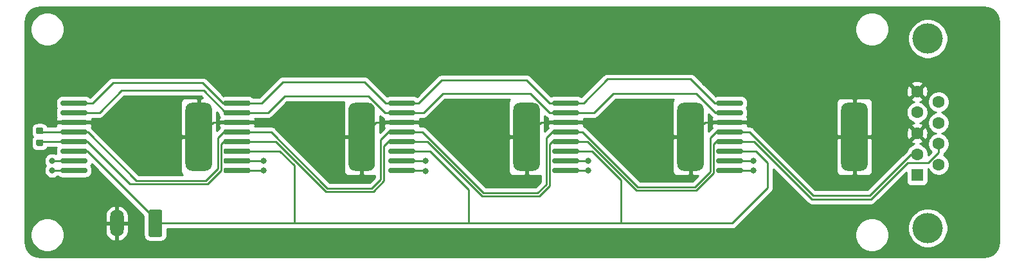
<source format=gbr>
%TF.GenerationSoftware,KiCad,Pcbnew,(5.1.12)-1*%
%TF.CreationDate,2021-12-02T22:11:06-06:00*%
%TF.ProjectId,CANA_BOARD,43414e41-5f42-44f4-9152-442e6b696361,rev?*%
%TF.SameCoordinates,Original*%
%TF.FileFunction,Copper,L1,Top*%
%TF.FilePolarity,Positive*%
%FSLAX46Y46*%
G04 Gerber Fmt 4.6, Leading zero omitted, Abs format (unit mm)*
G04 Created by KiCad (PCBNEW (5.1.12)-1) date 2021-12-02 22:11:06*
%MOMM*%
%LPD*%
G01*
G04 APERTURE LIST*
%TA.AperFunction,ComponentPad*%
%ADD10O,1.800000X3.600000*%
%TD*%
%TA.AperFunction,ComponentPad*%
%ADD11C,4.000000*%
%TD*%
%TA.AperFunction,ComponentPad*%
%ADD12C,1.600000*%
%TD*%
%TA.AperFunction,ComponentPad*%
%ADD13R,1.600000X1.600000*%
%TD*%
%TA.AperFunction,ViaPad*%
%ADD14C,0.800000*%
%TD*%
%TA.AperFunction,Conductor*%
%ADD15C,0.250000*%
%TD*%
%TA.AperFunction,Conductor*%
%ADD16C,0.254000*%
%TD*%
%TA.AperFunction,Conductor*%
%ADD17C,0.100000*%
%TD*%
G04 APERTURE END LIST*
D10*
%TO.P,J1,2*%
%TO.N,GND_ISO*%
X118110000Y-96520000D03*
%TO.P,J1,1*%
%TO.N,5V_ISO*%
%TA.AperFunction,ComponentPad*%
G36*
G01*
X124090000Y-94970000D02*
X124090000Y-98070000D01*
G75*
G02*
X123840000Y-98320000I-250000J0D01*
G01*
X122540000Y-98320000D01*
G75*
G02*
X122290000Y-98070000I0J250000D01*
G01*
X122290000Y-94970000D01*
G75*
G02*
X122540000Y-94720000I250000J0D01*
G01*
X123840000Y-94720000D01*
G75*
G02*
X124090000Y-94970000I0J-250000D01*
G01*
G37*
%TD.AperFunction*%
%TD*%
%TO.P,J2,9*%
%TO.N,GND_ISO*%
%TA.AperFunction,SMDPad,CuDef*%
G36*
G01*
X128030000Y-80590000D02*
X129780000Y-80590000D01*
G75*
G02*
X130655000Y-81465000I0J-875000D01*
G01*
X130655000Y-88715000D01*
G75*
G02*
X129780000Y-89590000I-875000J0D01*
G01*
X128030000Y-89590000D01*
G75*
G02*
X127155000Y-88715000I0J875000D01*
G01*
X127155000Y-81465000D01*
G75*
G02*
X128030000Y-80590000I875000J0D01*
G01*
G37*
%TD.AperFunction*%
%TO.P,J2,5*%
%TO.N,CAN_IN-*%
%TA.AperFunction,SMDPad,CuDef*%
G36*
G01*
X110885000Y-84105000D02*
X114035000Y-84105000D01*
G75*
G02*
X114210000Y-84280000I0J-175000D01*
G01*
X114210000Y-84630000D01*
G75*
G02*
X114035000Y-84805000I-175000J0D01*
G01*
X110885000Y-84805000D01*
G75*
G02*
X110710000Y-84630000I0J175000D01*
G01*
X110710000Y-84280000D01*
G75*
G02*
X110885000Y-84105000I175000J0D01*
G01*
G37*
%TD.AperFunction*%
%TO.P,J2,7*%
%TO.N,Net-(J18-Pad7)*%
%TA.AperFunction,SMDPad,CuDef*%
G36*
G01*
X110885000Y-81565000D02*
X114035000Y-81565000D01*
G75*
G02*
X114210000Y-81740000I0J-175000D01*
G01*
X114210000Y-82090000D01*
G75*
G02*
X114035000Y-82265000I-175000J0D01*
G01*
X110885000Y-82265000D01*
G75*
G02*
X110710000Y-82090000I0J175000D01*
G01*
X110710000Y-81740000D01*
G75*
G02*
X110885000Y-81565000I175000J0D01*
G01*
G37*
%TD.AperFunction*%
%TO.P,J2,8*%
%TO.N,Net-(J18-Pad8)*%
%TA.AperFunction,SMDPad,CuDef*%
G36*
G01*
X110885000Y-80295000D02*
X114035000Y-80295000D01*
G75*
G02*
X114210000Y-80470000I0J-175000D01*
G01*
X114210000Y-80820000D01*
G75*
G02*
X114035000Y-80995000I-175000J0D01*
G01*
X110885000Y-80995000D01*
G75*
G02*
X110710000Y-80820000I0J175000D01*
G01*
X110710000Y-80470000D01*
G75*
G02*
X110885000Y-80295000I175000J0D01*
G01*
G37*
%TD.AperFunction*%
%TO.P,J2,6*%
%TO.N,GND_ISO*%
%TA.AperFunction,SMDPad,CuDef*%
G36*
G01*
X110885000Y-82835000D02*
X114035000Y-82835000D01*
G75*
G02*
X114210000Y-83010000I0J-175000D01*
G01*
X114210000Y-83360000D01*
G75*
G02*
X114035000Y-83535000I-175000J0D01*
G01*
X110885000Y-83535000D01*
G75*
G02*
X110710000Y-83360000I0J175000D01*
G01*
X110710000Y-83010000D01*
G75*
G02*
X110885000Y-82835000I175000J0D01*
G01*
G37*
%TD.AperFunction*%
%TO.P,J2,4*%
%TO.N,CAN_IN+*%
%TA.AperFunction,SMDPad,CuDef*%
G36*
G01*
X110885000Y-85375000D02*
X114035000Y-85375000D01*
G75*
G02*
X114210000Y-85550000I0J-175000D01*
G01*
X114210000Y-85900000D01*
G75*
G02*
X114035000Y-86075000I-175000J0D01*
G01*
X110885000Y-86075000D01*
G75*
G02*
X110710000Y-85900000I0J175000D01*
G01*
X110710000Y-85550000D01*
G75*
G02*
X110885000Y-85375000I175000J0D01*
G01*
G37*
%TD.AperFunction*%
%TO.P,J2,3*%
%TO.N,5V_ISO*%
%TA.AperFunction,SMDPad,CuDef*%
G36*
G01*
X110885000Y-86645000D02*
X114035000Y-86645000D01*
G75*
G02*
X114210000Y-86820000I0J-175000D01*
G01*
X114210000Y-87170000D01*
G75*
G02*
X114035000Y-87345000I-175000J0D01*
G01*
X110885000Y-87345000D01*
G75*
G02*
X110710000Y-87170000I0J175000D01*
G01*
X110710000Y-86820000D01*
G75*
G02*
X110885000Y-86645000I175000J0D01*
G01*
G37*
%TD.AperFunction*%
%TO.P,J2,2*%
%TO.N,Net-(J18-Pad2)*%
%TA.AperFunction,SMDPad,CuDef*%
G36*
G01*
X110885000Y-87915000D02*
X114035000Y-87915000D01*
G75*
G02*
X114210000Y-88090000I0J-175000D01*
G01*
X114210000Y-88440000D01*
G75*
G02*
X114035000Y-88615000I-175000J0D01*
G01*
X110885000Y-88615000D01*
G75*
G02*
X110710000Y-88440000I0J175000D01*
G01*
X110710000Y-88090000D01*
G75*
G02*
X110885000Y-87915000I175000J0D01*
G01*
G37*
%TD.AperFunction*%
%TO.P,J2,1*%
%TO.N,Net-(J18-Pad1)*%
%TA.AperFunction,SMDPad,CuDef*%
G36*
G01*
X110885000Y-89185000D02*
X114035000Y-89185000D01*
G75*
G02*
X114210000Y-89360000I0J-175000D01*
G01*
X114210000Y-89710000D01*
G75*
G02*
X114035000Y-89885000I-175000J0D01*
G01*
X110885000Y-89885000D01*
G75*
G02*
X110710000Y-89710000I0J175000D01*
G01*
X110710000Y-89360000D01*
G75*
G02*
X110885000Y-89185000I175000J0D01*
G01*
G37*
%TD.AperFunction*%
%TD*%
D11*
%TO.P,J6,0*%
%TO.N,N/C*%
X224940000Y-72130000D03*
X224940000Y-97130000D03*
D12*
%TO.P,J6,9*%
X226360000Y-80475000D03*
%TO.P,J6,8*%
X226360000Y-83245000D03*
%TO.P,J6,7*%
%TO.N,CAN_IN+*%
X226360000Y-86015000D03*
%TO.P,J6,6*%
%TO.N,N/C*%
X226360000Y-88785000D03*
%TO.P,J6,5*%
%TO.N,GND_ISO*%
X223520000Y-79090000D03*
%TO.P,J6,4*%
%TO.N,N/C*%
X223520000Y-81860000D03*
%TO.P,J6,3*%
%TO.N,GND_ISO*%
X223520000Y-84630000D03*
%TO.P,J6,2*%
%TO.N,CAN_IN-*%
X223520000Y-87400000D03*
D13*
%TO.P,J6,1*%
%TO.N,N/C*%
X223520000Y-90170000D03*
%TD*%
%TO.P,R1,2*%
%TO.N,CAN_IN-*%
%TA.AperFunction,SMDPad,CuDef*%
G36*
G01*
X108206250Y-84740000D02*
X107693750Y-84740000D01*
G75*
G02*
X107475000Y-84521250I0J218750D01*
G01*
X107475000Y-84083750D01*
G75*
G02*
X107693750Y-83865000I218750J0D01*
G01*
X108206250Y-83865000D01*
G75*
G02*
X108425000Y-84083750I0J-218750D01*
G01*
X108425000Y-84521250D01*
G75*
G02*
X108206250Y-84740000I-218750J0D01*
G01*
G37*
%TD.AperFunction*%
%TO.P,R1,1*%
%TO.N,CAN_IN+*%
%TA.AperFunction,SMDPad,CuDef*%
G36*
G01*
X108206250Y-86315000D02*
X107693750Y-86315000D01*
G75*
G02*
X107475000Y-86096250I0J218750D01*
G01*
X107475000Y-85658750D01*
G75*
G02*
X107693750Y-85440000I218750J0D01*
G01*
X108206250Y-85440000D01*
G75*
G02*
X108425000Y-85658750I0J-218750D01*
G01*
X108425000Y-86096250D01*
G75*
G02*
X108206250Y-86315000I-218750J0D01*
G01*
G37*
%TD.AperFunction*%
%TD*%
%TO.P,J18,9*%
%TO.N,GND_ISO*%
%TA.AperFunction,SMDPad,CuDef*%
G36*
G01*
X192800000Y-80590000D02*
X194550000Y-80590000D01*
G75*
G02*
X195425000Y-81465000I0J-875000D01*
G01*
X195425000Y-88715000D01*
G75*
G02*
X194550000Y-89590000I-875000J0D01*
G01*
X192800000Y-89590000D01*
G75*
G02*
X191925000Y-88715000I0J875000D01*
G01*
X191925000Y-81465000D01*
G75*
G02*
X192800000Y-80590000I875000J0D01*
G01*
G37*
%TD.AperFunction*%
%TO.P,J18,5*%
%TO.N,CAN_IN-*%
%TA.AperFunction,SMDPad,CuDef*%
G36*
G01*
X175655000Y-84105000D02*
X178805000Y-84105000D01*
G75*
G02*
X178980000Y-84280000I0J-175000D01*
G01*
X178980000Y-84630000D01*
G75*
G02*
X178805000Y-84805000I-175000J0D01*
G01*
X175655000Y-84805000D01*
G75*
G02*
X175480000Y-84630000I0J175000D01*
G01*
X175480000Y-84280000D01*
G75*
G02*
X175655000Y-84105000I175000J0D01*
G01*
G37*
%TD.AperFunction*%
%TO.P,J18,7*%
%TO.N,Net-(J18-Pad7)*%
%TA.AperFunction,SMDPad,CuDef*%
G36*
G01*
X175655000Y-81565000D02*
X178805000Y-81565000D01*
G75*
G02*
X178980000Y-81740000I0J-175000D01*
G01*
X178980000Y-82090000D01*
G75*
G02*
X178805000Y-82265000I-175000J0D01*
G01*
X175655000Y-82265000D01*
G75*
G02*
X175480000Y-82090000I0J175000D01*
G01*
X175480000Y-81740000D01*
G75*
G02*
X175655000Y-81565000I175000J0D01*
G01*
G37*
%TD.AperFunction*%
%TO.P,J18,8*%
%TO.N,Net-(J18-Pad8)*%
%TA.AperFunction,SMDPad,CuDef*%
G36*
G01*
X175655000Y-80295000D02*
X178805000Y-80295000D01*
G75*
G02*
X178980000Y-80470000I0J-175000D01*
G01*
X178980000Y-80820000D01*
G75*
G02*
X178805000Y-80995000I-175000J0D01*
G01*
X175655000Y-80995000D01*
G75*
G02*
X175480000Y-80820000I0J175000D01*
G01*
X175480000Y-80470000D01*
G75*
G02*
X175655000Y-80295000I175000J0D01*
G01*
G37*
%TD.AperFunction*%
%TO.P,J18,6*%
%TO.N,GND_ISO*%
%TA.AperFunction,SMDPad,CuDef*%
G36*
G01*
X175655000Y-82835000D02*
X178805000Y-82835000D01*
G75*
G02*
X178980000Y-83010000I0J-175000D01*
G01*
X178980000Y-83360000D01*
G75*
G02*
X178805000Y-83535000I-175000J0D01*
G01*
X175655000Y-83535000D01*
G75*
G02*
X175480000Y-83360000I0J175000D01*
G01*
X175480000Y-83010000D01*
G75*
G02*
X175655000Y-82835000I175000J0D01*
G01*
G37*
%TD.AperFunction*%
%TO.P,J18,4*%
%TO.N,CAN_IN+*%
%TA.AperFunction,SMDPad,CuDef*%
G36*
G01*
X175655000Y-85375000D02*
X178805000Y-85375000D01*
G75*
G02*
X178980000Y-85550000I0J-175000D01*
G01*
X178980000Y-85900000D01*
G75*
G02*
X178805000Y-86075000I-175000J0D01*
G01*
X175655000Y-86075000D01*
G75*
G02*
X175480000Y-85900000I0J175000D01*
G01*
X175480000Y-85550000D01*
G75*
G02*
X175655000Y-85375000I175000J0D01*
G01*
G37*
%TD.AperFunction*%
%TO.P,J18,3*%
%TO.N,5V_ISO*%
%TA.AperFunction,SMDPad,CuDef*%
G36*
G01*
X175655000Y-86645000D02*
X178805000Y-86645000D01*
G75*
G02*
X178980000Y-86820000I0J-175000D01*
G01*
X178980000Y-87170000D01*
G75*
G02*
X178805000Y-87345000I-175000J0D01*
G01*
X175655000Y-87345000D01*
G75*
G02*
X175480000Y-87170000I0J175000D01*
G01*
X175480000Y-86820000D01*
G75*
G02*
X175655000Y-86645000I175000J0D01*
G01*
G37*
%TD.AperFunction*%
%TO.P,J18,2*%
%TO.N,Net-(J18-Pad2)*%
%TA.AperFunction,SMDPad,CuDef*%
G36*
G01*
X175655000Y-87915000D02*
X178805000Y-87915000D01*
G75*
G02*
X178980000Y-88090000I0J-175000D01*
G01*
X178980000Y-88440000D01*
G75*
G02*
X178805000Y-88615000I-175000J0D01*
G01*
X175655000Y-88615000D01*
G75*
G02*
X175480000Y-88440000I0J175000D01*
G01*
X175480000Y-88090000D01*
G75*
G02*
X175655000Y-87915000I175000J0D01*
G01*
G37*
%TD.AperFunction*%
%TO.P,J18,1*%
%TO.N,Net-(J18-Pad1)*%
%TA.AperFunction,SMDPad,CuDef*%
G36*
G01*
X175655000Y-89185000D02*
X178805000Y-89185000D01*
G75*
G02*
X178980000Y-89360000I0J-175000D01*
G01*
X178980000Y-89710000D01*
G75*
G02*
X178805000Y-89885000I-175000J0D01*
G01*
X175655000Y-89885000D01*
G75*
G02*
X175480000Y-89710000I0J175000D01*
G01*
X175480000Y-89360000D01*
G75*
G02*
X175655000Y-89185000I175000J0D01*
G01*
G37*
%TD.AperFunction*%
%TD*%
%TO.P,J5,9*%
%TO.N,GND_ISO*%
%TA.AperFunction,SMDPad,CuDef*%
G36*
G01*
X171210000Y-80590000D02*
X172960000Y-80590000D01*
G75*
G02*
X173835000Y-81465000I0J-875000D01*
G01*
X173835000Y-88715000D01*
G75*
G02*
X172960000Y-89590000I-875000J0D01*
G01*
X171210000Y-89590000D01*
G75*
G02*
X170335000Y-88715000I0J875000D01*
G01*
X170335000Y-81465000D01*
G75*
G02*
X171210000Y-80590000I875000J0D01*
G01*
G37*
%TD.AperFunction*%
%TO.P,J5,5*%
%TO.N,CAN_IN-*%
%TA.AperFunction,SMDPad,CuDef*%
G36*
G01*
X154065000Y-84105000D02*
X157215000Y-84105000D01*
G75*
G02*
X157390000Y-84280000I0J-175000D01*
G01*
X157390000Y-84630000D01*
G75*
G02*
X157215000Y-84805000I-175000J0D01*
G01*
X154065000Y-84805000D01*
G75*
G02*
X153890000Y-84630000I0J175000D01*
G01*
X153890000Y-84280000D01*
G75*
G02*
X154065000Y-84105000I175000J0D01*
G01*
G37*
%TD.AperFunction*%
%TO.P,J5,7*%
%TO.N,Net-(J18-Pad7)*%
%TA.AperFunction,SMDPad,CuDef*%
G36*
G01*
X154065000Y-81565000D02*
X157215000Y-81565000D01*
G75*
G02*
X157390000Y-81740000I0J-175000D01*
G01*
X157390000Y-82090000D01*
G75*
G02*
X157215000Y-82265000I-175000J0D01*
G01*
X154065000Y-82265000D01*
G75*
G02*
X153890000Y-82090000I0J175000D01*
G01*
X153890000Y-81740000D01*
G75*
G02*
X154065000Y-81565000I175000J0D01*
G01*
G37*
%TD.AperFunction*%
%TO.P,J5,8*%
%TO.N,Net-(J18-Pad8)*%
%TA.AperFunction,SMDPad,CuDef*%
G36*
G01*
X154065000Y-80295000D02*
X157215000Y-80295000D01*
G75*
G02*
X157390000Y-80470000I0J-175000D01*
G01*
X157390000Y-80820000D01*
G75*
G02*
X157215000Y-80995000I-175000J0D01*
G01*
X154065000Y-80995000D01*
G75*
G02*
X153890000Y-80820000I0J175000D01*
G01*
X153890000Y-80470000D01*
G75*
G02*
X154065000Y-80295000I175000J0D01*
G01*
G37*
%TD.AperFunction*%
%TO.P,J5,6*%
%TO.N,GND_ISO*%
%TA.AperFunction,SMDPad,CuDef*%
G36*
G01*
X154065000Y-82835000D02*
X157215000Y-82835000D01*
G75*
G02*
X157390000Y-83010000I0J-175000D01*
G01*
X157390000Y-83360000D01*
G75*
G02*
X157215000Y-83535000I-175000J0D01*
G01*
X154065000Y-83535000D01*
G75*
G02*
X153890000Y-83360000I0J175000D01*
G01*
X153890000Y-83010000D01*
G75*
G02*
X154065000Y-82835000I175000J0D01*
G01*
G37*
%TD.AperFunction*%
%TO.P,J5,4*%
%TO.N,CAN_IN+*%
%TA.AperFunction,SMDPad,CuDef*%
G36*
G01*
X154065000Y-85375000D02*
X157215000Y-85375000D01*
G75*
G02*
X157390000Y-85550000I0J-175000D01*
G01*
X157390000Y-85900000D01*
G75*
G02*
X157215000Y-86075000I-175000J0D01*
G01*
X154065000Y-86075000D01*
G75*
G02*
X153890000Y-85900000I0J175000D01*
G01*
X153890000Y-85550000D01*
G75*
G02*
X154065000Y-85375000I175000J0D01*
G01*
G37*
%TD.AperFunction*%
%TO.P,J5,3*%
%TO.N,5V_ISO*%
%TA.AperFunction,SMDPad,CuDef*%
G36*
G01*
X154065000Y-86645000D02*
X157215000Y-86645000D01*
G75*
G02*
X157390000Y-86820000I0J-175000D01*
G01*
X157390000Y-87170000D01*
G75*
G02*
X157215000Y-87345000I-175000J0D01*
G01*
X154065000Y-87345000D01*
G75*
G02*
X153890000Y-87170000I0J175000D01*
G01*
X153890000Y-86820000D01*
G75*
G02*
X154065000Y-86645000I175000J0D01*
G01*
G37*
%TD.AperFunction*%
%TO.P,J5,2*%
%TO.N,Net-(J18-Pad2)*%
%TA.AperFunction,SMDPad,CuDef*%
G36*
G01*
X154065000Y-87915000D02*
X157215000Y-87915000D01*
G75*
G02*
X157390000Y-88090000I0J-175000D01*
G01*
X157390000Y-88440000D01*
G75*
G02*
X157215000Y-88615000I-175000J0D01*
G01*
X154065000Y-88615000D01*
G75*
G02*
X153890000Y-88440000I0J175000D01*
G01*
X153890000Y-88090000D01*
G75*
G02*
X154065000Y-87915000I175000J0D01*
G01*
G37*
%TD.AperFunction*%
%TO.P,J5,1*%
%TO.N,Net-(J18-Pad1)*%
%TA.AperFunction,SMDPad,CuDef*%
G36*
G01*
X154065000Y-89185000D02*
X157215000Y-89185000D01*
G75*
G02*
X157390000Y-89360000I0J-175000D01*
G01*
X157390000Y-89710000D01*
G75*
G02*
X157215000Y-89885000I-175000J0D01*
G01*
X154065000Y-89885000D01*
G75*
G02*
X153890000Y-89710000I0J175000D01*
G01*
X153890000Y-89360000D01*
G75*
G02*
X154065000Y-89185000I175000J0D01*
G01*
G37*
%TD.AperFunction*%
%TD*%
%TO.P,J4,9*%
%TO.N,GND_ISO*%
%TA.AperFunction,SMDPad,CuDef*%
G36*
G01*
X149500000Y-80590000D02*
X151250000Y-80590000D01*
G75*
G02*
X152125000Y-81465000I0J-875000D01*
G01*
X152125000Y-88715000D01*
G75*
G02*
X151250000Y-89590000I-875000J0D01*
G01*
X149500000Y-89590000D01*
G75*
G02*
X148625000Y-88715000I0J875000D01*
G01*
X148625000Y-81465000D01*
G75*
G02*
X149500000Y-80590000I875000J0D01*
G01*
G37*
%TD.AperFunction*%
%TO.P,J4,5*%
%TO.N,CAN_IN-*%
%TA.AperFunction,SMDPad,CuDef*%
G36*
G01*
X132355000Y-84105000D02*
X135505000Y-84105000D01*
G75*
G02*
X135680000Y-84280000I0J-175000D01*
G01*
X135680000Y-84630000D01*
G75*
G02*
X135505000Y-84805000I-175000J0D01*
G01*
X132355000Y-84805000D01*
G75*
G02*
X132180000Y-84630000I0J175000D01*
G01*
X132180000Y-84280000D01*
G75*
G02*
X132355000Y-84105000I175000J0D01*
G01*
G37*
%TD.AperFunction*%
%TO.P,J4,7*%
%TO.N,Net-(J18-Pad7)*%
%TA.AperFunction,SMDPad,CuDef*%
G36*
G01*
X132355000Y-81565000D02*
X135505000Y-81565000D01*
G75*
G02*
X135680000Y-81740000I0J-175000D01*
G01*
X135680000Y-82090000D01*
G75*
G02*
X135505000Y-82265000I-175000J0D01*
G01*
X132355000Y-82265000D01*
G75*
G02*
X132180000Y-82090000I0J175000D01*
G01*
X132180000Y-81740000D01*
G75*
G02*
X132355000Y-81565000I175000J0D01*
G01*
G37*
%TD.AperFunction*%
%TO.P,J4,8*%
%TO.N,Net-(J18-Pad8)*%
%TA.AperFunction,SMDPad,CuDef*%
G36*
G01*
X132355000Y-80295000D02*
X135505000Y-80295000D01*
G75*
G02*
X135680000Y-80470000I0J-175000D01*
G01*
X135680000Y-80820000D01*
G75*
G02*
X135505000Y-80995000I-175000J0D01*
G01*
X132355000Y-80995000D01*
G75*
G02*
X132180000Y-80820000I0J175000D01*
G01*
X132180000Y-80470000D01*
G75*
G02*
X132355000Y-80295000I175000J0D01*
G01*
G37*
%TD.AperFunction*%
%TO.P,J4,6*%
%TO.N,GND_ISO*%
%TA.AperFunction,SMDPad,CuDef*%
G36*
G01*
X132355000Y-82835000D02*
X135505000Y-82835000D01*
G75*
G02*
X135680000Y-83010000I0J-175000D01*
G01*
X135680000Y-83360000D01*
G75*
G02*
X135505000Y-83535000I-175000J0D01*
G01*
X132355000Y-83535000D01*
G75*
G02*
X132180000Y-83360000I0J175000D01*
G01*
X132180000Y-83010000D01*
G75*
G02*
X132355000Y-82835000I175000J0D01*
G01*
G37*
%TD.AperFunction*%
%TO.P,J4,4*%
%TO.N,CAN_IN+*%
%TA.AperFunction,SMDPad,CuDef*%
G36*
G01*
X132355000Y-85375000D02*
X135505000Y-85375000D01*
G75*
G02*
X135680000Y-85550000I0J-175000D01*
G01*
X135680000Y-85900000D01*
G75*
G02*
X135505000Y-86075000I-175000J0D01*
G01*
X132355000Y-86075000D01*
G75*
G02*
X132180000Y-85900000I0J175000D01*
G01*
X132180000Y-85550000D01*
G75*
G02*
X132355000Y-85375000I175000J0D01*
G01*
G37*
%TD.AperFunction*%
%TO.P,J4,3*%
%TO.N,5V_ISO*%
%TA.AperFunction,SMDPad,CuDef*%
G36*
G01*
X132355000Y-86645000D02*
X135505000Y-86645000D01*
G75*
G02*
X135680000Y-86820000I0J-175000D01*
G01*
X135680000Y-87170000D01*
G75*
G02*
X135505000Y-87345000I-175000J0D01*
G01*
X132355000Y-87345000D01*
G75*
G02*
X132180000Y-87170000I0J175000D01*
G01*
X132180000Y-86820000D01*
G75*
G02*
X132355000Y-86645000I175000J0D01*
G01*
G37*
%TD.AperFunction*%
%TO.P,J4,2*%
%TO.N,Net-(J18-Pad2)*%
%TA.AperFunction,SMDPad,CuDef*%
G36*
G01*
X132355000Y-87915000D02*
X135505000Y-87915000D01*
G75*
G02*
X135680000Y-88090000I0J-175000D01*
G01*
X135680000Y-88440000D01*
G75*
G02*
X135505000Y-88615000I-175000J0D01*
G01*
X132355000Y-88615000D01*
G75*
G02*
X132180000Y-88440000I0J175000D01*
G01*
X132180000Y-88090000D01*
G75*
G02*
X132355000Y-87915000I175000J0D01*
G01*
G37*
%TD.AperFunction*%
%TO.P,J4,1*%
%TO.N,Net-(J18-Pad1)*%
%TA.AperFunction,SMDPad,CuDef*%
G36*
G01*
X132355000Y-89185000D02*
X135505000Y-89185000D01*
G75*
G02*
X135680000Y-89360000I0J-175000D01*
G01*
X135680000Y-89710000D01*
G75*
G02*
X135505000Y-89885000I-175000J0D01*
G01*
X132355000Y-89885000D01*
G75*
G02*
X132180000Y-89710000I0J175000D01*
G01*
X132180000Y-89360000D01*
G75*
G02*
X132355000Y-89185000I175000J0D01*
G01*
G37*
%TD.AperFunction*%
%TD*%
%TO.P,J3,9*%
%TO.N,GND_ISO*%
%TA.AperFunction,SMDPad,CuDef*%
G36*
G01*
X214390000Y-80590000D02*
X216140000Y-80590000D01*
G75*
G02*
X217015000Y-81465000I0J-875000D01*
G01*
X217015000Y-88715000D01*
G75*
G02*
X216140000Y-89590000I-875000J0D01*
G01*
X214390000Y-89590000D01*
G75*
G02*
X213515000Y-88715000I0J875000D01*
G01*
X213515000Y-81465000D01*
G75*
G02*
X214390000Y-80590000I875000J0D01*
G01*
G37*
%TD.AperFunction*%
%TO.P,J3,5*%
%TO.N,CAN_IN-*%
%TA.AperFunction,SMDPad,CuDef*%
G36*
G01*
X197245000Y-84105000D02*
X200395000Y-84105000D01*
G75*
G02*
X200570000Y-84280000I0J-175000D01*
G01*
X200570000Y-84630000D01*
G75*
G02*
X200395000Y-84805000I-175000J0D01*
G01*
X197245000Y-84805000D01*
G75*
G02*
X197070000Y-84630000I0J175000D01*
G01*
X197070000Y-84280000D01*
G75*
G02*
X197245000Y-84105000I175000J0D01*
G01*
G37*
%TD.AperFunction*%
%TO.P,J3,7*%
%TO.N,Net-(J18-Pad7)*%
%TA.AperFunction,SMDPad,CuDef*%
G36*
G01*
X197245000Y-81565000D02*
X200395000Y-81565000D01*
G75*
G02*
X200570000Y-81740000I0J-175000D01*
G01*
X200570000Y-82090000D01*
G75*
G02*
X200395000Y-82265000I-175000J0D01*
G01*
X197245000Y-82265000D01*
G75*
G02*
X197070000Y-82090000I0J175000D01*
G01*
X197070000Y-81740000D01*
G75*
G02*
X197245000Y-81565000I175000J0D01*
G01*
G37*
%TD.AperFunction*%
%TO.P,J3,8*%
%TO.N,Net-(J18-Pad8)*%
%TA.AperFunction,SMDPad,CuDef*%
G36*
G01*
X197245000Y-80295000D02*
X200395000Y-80295000D01*
G75*
G02*
X200570000Y-80470000I0J-175000D01*
G01*
X200570000Y-80820000D01*
G75*
G02*
X200395000Y-80995000I-175000J0D01*
G01*
X197245000Y-80995000D01*
G75*
G02*
X197070000Y-80820000I0J175000D01*
G01*
X197070000Y-80470000D01*
G75*
G02*
X197245000Y-80295000I175000J0D01*
G01*
G37*
%TD.AperFunction*%
%TO.P,J3,6*%
%TO.N,GND_ISO*%
%TA.AperFunction,SMDPad,CuDef*%
G36*
G01*
X197245000Y-82835000D02*
X200395000Y-82835000D01*
G75*
G02*
X200570000Y-83010000I0J-175000D01*
G01*
X200570000Y-83360000D01*
G75*
G02*
X200395000Y-83535000I-175000J0D01*
G01*
X197245000Y-83535000D01*
G75*
G02*
X197070000Y-83360000I0J175000D01*
G01*
X197070000Y-83010000D01*
G75*
G02*
X197245000Y-82835000I175000J0D01*
G01*
G37*
%TD.AperFunction*%
%TO.P,J3,4*%
%TO.N,CAN_IN+*%
%TA.AperFunction,SMDPad,CuDef*%
G36*
G01*
X197245000Y-85375000D02*
X200395000Y-85375000D01*
G75*
G02*
X200570000Y-85550000I0J-175000D01*
G01*
X200570000Y-85900000D01*
G75*
G02*
X200395000Y-86075000I-175000J0D01*
G01*
X197245000Y-86075000D01*
G75*
G02*
X197070000Y-85900000I0J175000D01*
G01*
X197070000Y-85550000D01*
G75*
G02*
X197245000Y-85375000I175000J0D01*
G01*
G37*
%TD.AperFunction*%
%TO.P,J3,3*%
%TO.N,5V_ISO*%
%TA.AperFunction,SMDPad,CuDef*%
G36*
G01*
X197245000Y-86645000D02*
X200395000Y-86645000D01*
G75*
G02*
X200570000Y-86820000I0J-175000D01*
G01*
X200570000Y-87170000D01*
G75*
G02*
X200395000Y-87345000I-175000J0D01*
G01*
X197245000Y-87345000D01*
G75*
G02*
X197070000Y-87170000I0J175000D01*
G01*
X197070000Y-86820000D01*
G75*
G02*
X197245000Y-86645000I175000J0D01*
G01*
G37*
%TD.AperFunction*%
%TO.P,J3,2*%
%TO.N,Net-(J18-Pad2)*%
%TA.AperFunction,SMDPad,CuDef*%
G36*
G01*
X197245000Y-87915000D02*
X200395000Y-87915000D01*
G75*
G02*
X200570000Y-88090000I0J-175000D01*
G01*
X200570000Y-88440000D01*
G75*
G02*
X200395000Y-88615000I-175000J0D01*
G01*
X197245000Y-88615000D01*
G75*
G02*
X197070000Y-88440000I0J175000D01*
G01*
X197070000Y-88090000D01*
G75*
G02*
X197245000Y-87915000I175000J0D01*
G01*
G37*
%TD.AperFunction*%
%TO.P,J3,1*%
%TO.N,Net-(J18-Pad1)*%
%TA.AperFunction,SMDPad,CuDef*%
G36*
G01*
X197245000Y-89185000D02*
X200395000Y-89185000D01*
G75*
G02*
X200570000Y-89360000I0J-175000D01*
G01*
X200570000Y-89710000D01*
G75*
G02*
X200395000Y-89885000I-175000J0D01*
G01*
X197245000Y-89885000D01*
G75*
G02*
X197070000Y-89710000I0J175000D01*
G01*
X197070000Y-89360000D01*
G75*
G02*
X197245000Y-89185000I175000J0D01*
G01*
G37*
%TD.AperFunction*%
%TD*%
D14*
%TO.N,GND_ISO*%
X215646000Y-77978000D03*
%TO.N,Net-(J18-Pad2)*%
X109601000Y-88265000D03*
X137414000Y-88265000D03*
X158750000Y-88265000D03*
X180213000Y-88265000D03*
X201930000Y-88265000D03*
%TO.N,Net-(J18-Pad1)*%
X109601000Y-89535000D03*
X137414000Y-89535000D03*
X158750000Y-89662000D03*
X180213000Y-89535000D03*
X201930000Y-89535000D03*
%TD*%
D15*
%TO.N,GND_ISO*%
X215265000Y-78359000D02*
X215646000Y-77978000D01*
X215265000Y-85090000D02*
X215265000Y-78359000D01*
X195580000Y-83185000D02*
X193675000Y-85090000D01*
X198820000Y-83185000D02*
X195580000Y-83185000D01*
X173990000Y-83185000D02*
X172085000Y-85090000D01*
X177230000Y-83185000D02*
X173990000Y-83185000D01*
X152280000Y-83185000D02*
X150375000Y-85090000D01*
X155640000Y-83185000D02*
X152280000Y-83185000D01*
X130810000Y-83185000D02*
X128905000Y-85090000D01*
X133930000Y-83185000D02*
X130810000Y-83185000D01*
%TO.N,CAN_IN-*%
X114300000Y-84455000D02*
X112460000Y-84455000D01*
X120707990Y-90862990D02*
X114300000Y-84455000D01*
X129861600Y-90862990D02*
X120707990Y-90862990D01*
X131404980Y-89319610D02*
X129861600Y-90862990D01*
X131404980Y-85257020D02*
X131404980Y-89319610D01*
X132207000Y-84455000D02*
X131404980Y-85257020D01*
X133930000Y-84455000D02*
X132207000Y-84455000D01*
X108102500Y-84455000D02*
X107950000Y-84302500D01*
X112460000Y-84455000D02*
X108102500Y-84455000D01*
X153890000Y-84455000D02*
X152838990Y-85506010D01*
X155640000Y-84455000D02*
X153890000Y-84455000D01*
X152838990Y-85506010D02*
X152838990Y-90745600D01*
X152838990Y-90745600D02*
X151705600Y-91878990D01*
X151705600Y-91878990D02*
X145855400Y-91878990D01*
X138431410Y-84455000D02*
X133930000Y-84455000D01*
X145855400Y-91878990D02*
X138431410Y-84455000D01*
X175480000Y-84455000D02*
X174704980Y-85230020D01*
X177230000Y-84455000D02*
X175480000Y-84455000D01*
X174704980Y-85230020D02*
X174704980Y-91358610D01*
X174704980Y-91358610D02*
X173549600Y-92513990D01*
X173549600Y-92513990D02*
X166429400Y-92513990D01*
X158370410Y-84455000D02*
X155640000Y-84455000D01*
X166429400Y-92513990D02*
X158370410Y-84455000D01*
X177230000Y-84455000D02*
X179452410Y-84455000D01*
X179452410Y-84455000D02*
X186749400Y-91751990D01*
X186749400Y-91751990D02*
X194250600Y-91751990D01*
X197070000Y-84455000D02*
X198820000Y-84455000D01*
X196272990Y-85252010D02*
X197070000Y-84455000D01*
X196272990Y-89729600D02*
X196272990Y-85252010D01*
X194250600Y-91751990D02*
X196272990Y-89729600D01*
X223520000Y-87400000D02*
X222732590Y-87400000D01*
X222732590Y-87400000D02*
X217295590Y-92837000D01*
X201423410Y-84455000D02*
X198820000Y-84455000D01*
X209805410Y-92837000D02*
X201423410Y-84455000D01*
X217295590Y-92837000D02*
X209805410Y-92837000D01*
%TO.N,Net-(J18-Pad7)*%
X133930000Y-81915000D02*
X132461000Y-81915000D01*
X132461000Y-81915000D02*
X129540000Y-78994000D01*
X129540000Y-78994000D02*
X118745000Y-78994000D01*
X115824000Y-81915000D02*
X112460000Y-81915000D01*
X118745000Y-78994000D02*
X115824000Y-81915000D01*
X155640000Y-81915000D02*
X153416000Y-81915000D01*
X153416000Y-81915000D02*
X151257000Y-79756000D01*
X151257000Y-79756000D02*
X140208000Y-79756000D01*
X138049000Y-81915000D02*
X133930000Y-81915000D01*
X140208000Y-79756000D02*
X138049000Y-81915000D01*
X158496000Y-81915000D02*
X155640000Y-81915000D01*
X161036000Y-79375000D02*
X158496000Y-81915000D01*
X172593000Y-79375000D02*
X161036000Y-79375000D01*
X175133000Y-81915000D02*
X172593000Y-79375000D01*
X177230000Y-81915000D02*
X175133000Y-81915000D01*
X198820000Y-81915000D02*
X196977000Y-81915000D01*
X196977000Y-81915000D02*
X194437000Y-79375000D01*
X194437000Y-79375000D02*
X183515000Y-79375000D01*
X180975000Y-81915000D02*
X177230000Y-81915000D01*
X183515000Y-79375000D02*
X180975000Y-81915000D01*
%TO.N,Net-(J18-Pad8)*%
X112460000Y-80645000D02*
X114935000Y-80645000D01*
X114935000Y-80645000D02*
X117602000Y-77978000D01*
X117602000Y-77978000D02*
X129413000Y-77978000D01*
X132080000Y-80645000D02*
X133930000Y-80645000D01*
X129413000Y-77978000D02*
X132080000Y-80645000D01*
X133930000Y-80645000D02*
X137160000Y-80645000D01*
X137160000Y-80645000D02*
X139954000Y-77851000D01*
X139954000Y-77851000D02*
X150749000Y-77851000D01*
X153543000Y-80645000D02*
X155640000Y-80645000D01*
X150749000Y-77851000D02*
X153543000Y-80645000D01*
X155640000Y-80645000D02*
X157861000Y-80645000D01*
X157861000Y-80645000D02*
X160909000Y-77597000D01*
X160909000Y-77597000D02*
X172085000Y-77597000D01*
X175133000Y-80645000D02*
X177230000Y-80645000D01*
X172085000Y-77597000D02*
X175133000Y-80645000D01*
X177230000Y-80645000D02*
X179578000Y-80645000D01*
X179578000Y-80645000D02*
X182753000Y-77470000D01*
X182753000Y-77470000D02*
X193675000Y-77470000D01*
X196850000Y-80645000D02*
X198820000Y-80645000D01*
X193675000Y-77470000D02*
X196850000Y-80645000D01*
%TO.N,CAN_IN+*%
X114210000Y-85725000D02*
X119798000Y-91313000D01*
X112460000Y-85725000D02*
X114210000Y-85725000D01*
X119798000Y-91313000D02*
X130048000Y-91313000D01*
X132180000Y-85725000D02*
X133930000Y-85725000D01*
X131854990Y-89506010D02*
X131854990Y-86050010D01*
X131854990Y-86050010D02*
X132180000Y-85725000D01*
X130048000Y-91313000D02*
X131854990Y-89506010D01*
X108102500Y-85725000D02*
X107950000Y-85877500D01*
X112460000Y-85725000D02*
X108102500Y-85725000D01*
X133930000Y-85725000D02*
X139065000Y-85725000D01*
X139065000Y-85725000D02*
X145669000Y-92329000D01*
X145669000Y-92329000D02*
X151892000Y-92329000D01*
X151892000Y-92329000D02*
X153289000Y-90932000D01*
X153890000Y-85725000D02*
X155640000Y-85725000D01*
X153289000Y-86326000D02*
X153890000Y-85725000D01*
X153289000Y-90932000D02*
X153289000Y-86326000D01*
X155640000Y-85725000D02*
X159004000Y-85725000D01*
X159004000Y-85725000D02*
X166243000Y-92964000D01*
X166243000Y-92964000D02*
X173736000Y-92964000D01*
X173736000Y-92964000D02*
X175154990Y-91545010D01*
X175480000Y-85725000D02*
X177230000Y-85725000D01*
X175154990Y-86050010D02*
X175480000Y-85725000D01*
X175154990Y-91545010D02*
X175154990Y-86050010D01*
X197070000Y-85725000D02*
X196723000Y-86072000D01*
X198820000Y-85725000D02*
X197070000Y-85725000D01*
X196723000Y-86072000D02*
X196723000Y-89916000D01*
X196723000Y-89916000D02*
X194437000Y-92202000D01*
X194437000Y-92202000D02*
X186563000Y-92202000D01*
X180086000Y-85725000D02*
X177230000Y-85725000D01*
X186563000Y-92202000D02*
X180086000Y-85725000D01*
X198820000Y-85725000D02*
X202057000Y-85725000D01*
X202057000Y-85725000D02*
X209677000Y-93345000D01*
X209677000Y-93345000D02*
X217424000Y-93345000D01*
X226360000Y-87146370D02*
X226360000Y-86015000D01*
X224981369Y-88525001D02*
X226360000Y-87146370D01*
X222243999Y-88525001D02*
X224981369Y-88525001D01*
X217424000Y-93345000D02*
X222243999Y-88525001D01*
%TO.N,5V_ISO*%
X114210000Y-86995000D02*
X123190000Y-95975000D01*
X123190000Y-95975000D02*
X123190000Y-96520000D01*
X112460000Y-86995000D02*
X114210000Y-86995000D01*
X184531000Y-92546000D02*
X184531000Y-96520000D01*
X164465000Y-94070000D02*
X164465000Y-96520000D01*
X164465000Y-96520000D02*
X184531000Y-96520000D01*
X155640000Y-86995000D02*
X159385000Y-86995000D01*
X164465000Y-92075000D02*
X164465000Y-94070000D01*
X159385000Y-86995000D02*
X164465000Y-92075000D01*
X177230000Y-86995000D02*
X180719590Y-86995000D01*
X184531000Y-90806410D02*
X184531000Y-92546000D01*
X180719590Y-86995000D02*
X184531000Y-90806410D01*
X199136000Y-96520000D02*
X184531000Y-96520000D01*
X203835000Y-91821000D02*
X199136000Y-96520000D01*
X203835000Y-88519000D02*
X203835000Y-91821000D01*
X202311000Y-86995000D02*
X203835000Y-88519000D01*
X198820000Y-86995000D02*
X202311000Y-86995000D01*
X133930000Y-86995000D02*
X139573000Y-86995000D01*
X141478000Y-88900000D02*
X141478000Y-96520000D01*
X139573000Y-86995000D02*
X141478000Y-88900000D01*
X141478000Y-96520000D02*
X164465000Y-96520000D01*
X123190000Y-96520000D02*
X141478000Y-96520000D01*
%TO.N,Net-(J18-Pad2)*%
X112460000Y-88265000D02*
X109601000Y-88265000D01*
X133930000Y-88265000D02*
X137414000Y-88265000D01*
X155640000Y-88265000D02*
X158750000Y-88265000D01*
X177230000Y-88265000D02*
X180213000Y-88265000D01*
X198820000Y-88265000D02*
X201930000Y-88265000D01*
%TO.N,Net-(J18-Pad1)*%
X112460000Y-89535000D02*
X109601000Y-89535000D01*
X133930000Y-89535000D02*
X137414000Y-89535000D01*
X158623000Y-89535000D02*
X158750000Y-89662000D01*
X155640000Y-89535000D02*
X158623000Y-89535000D01*
X177230000Y-89535000D02*
X180213000Y-89535000D01*
X198820000Y-89535000D02*
X201930000Y-89535000D01*
%TD*%
D16*
%TO.N,GND_ISO*%
X232774545Y-68008909D02*
X233125208Y-68114780D01*
X233448625Y-68286744D01*
X233732484Y-68518254D01*
X233965965Y-68800486D01*
X234140183Y-69122695D01*
X234248502Y-69472614D01*
X234290000Y-69867443D01*
X234290001Y-99027711D01*
X234251091Y-99424545D01*
X234145220Y-99775206D01*
X233973257Y-100098623D01*
X233741748Y-100382482D01*
X233459514Y-100615965D01*
X233137304Y-100790184D01*
X232787385Y-100898502D01*
X232392557Y-100940000D01*
X107982279Y-100940000D01*
X107585455Y-100901091D01*
X107234794Y-100795220D01*
X106911377Y-100623257D01*
X106627518Y-100391748D01*
X106394035Y-100109514D01*
X106219816Y-99787304D01*
X106111498Y-99437385D01*
X106070000Y-99042557D01*
X106070000Y-97823872D01*
X106731000Y-97823872D01*
X106731000Y-98264128D01*
X106816890Y-98695925D01*
X106985369Y-99102669D01*
X107229962Y-99468729D01*
X107541271Y-99780038D01*
X107907331Y-100024631D01*
X108314075Y-100193110D01*
X108745872Y-100279000D01*
X109186128Y-100279000D01*
X109617925Y-100193110D01*
X110024669Y-100024631D01*
X110390729Y-99780038D01*
X110702038Y-99468729D01*
X110946631Y-99102669D01*
X111115110Y-98695925D01*
X111201000Y-98264128D01*
X111201000Y-97823872D01*
X111115110Y-97392075D01*
X110946631Y-96985331D01*
X110720566Y-96647000D01*
X116575000Y-96647000D01*
X116575000Y-97547000D01*
X116629271Y-97844023D01*
X116740446Y-98124751D01*
X116904252Y-98378396D01*
X117114394Y-98595210D01*
X117362796Y-98766862D01*
X117639913Y-98886755D01*
X117745260Y-98911036D01*
X117983000Y-98790378D01*
X117983000Y-96647000D01*
X118237000Y-96647000D01*
X118237000Y-98790378D01*
X118474740Y-98911036D01*
X118580087Y-98886755D01*
X118857204Y-98766862D01*
X119105606Y-98595210D01*
X119315748Y-98378396D01*
X119479554Y-98124751D01*
X119590729Y-97844023D01*
X119645000Y-97547000D01*
X119645000Y-96647000D01*
X118237000Y-96647000D01*
X117983000Y-96647000D01*
X116575000Y-96647000D01*
X110720566Y-96647000D01*
X110702038Y-96619271D01*
X110390729Y-96307962D01*
X110024669Y-96063369D01*
X109617925Y-95894890D01*
X109186128Y-95809000D01*
X108745872Y-95809000D01*
X108314075Y-95894890D01*
X107907331Y-96063369D01*
X107541271Y-96307962D01*
X107229962Y-96619271D01*
X106985369Y-96985331D01*
X106816890Y-97392075D01*
X106731000Y-97823872D01*
X106070000Y-97823872D01*
X106070000Y-95493000D01*
X116575000Y-95493000D01*
X116575000Y-96393000D01*
X117983000Y-96393000D01*
X117983000Y-94249622D01*
X118237000Y-94249622D01*
X118237000Y-96393000D01*
X119645000Y-96393000D01*
X119645000Y-95493000D01*
X119590729Y-95195977D01*
X119479554Y-94915249D01*
X119315748Y-94661604D01*
X119105606Y-94444790D01*
X118857204Y-94273138D01*
X118580087Y-94153245D01*
X118474740Y-94128964D01*
X118237000Y-94249622D01*
X117983000Y-94249622D01*
X117745260Y-94128964D01*
X117639913Y-94153245D01*
X117362796Y-94273138D01*
X117114394Y-94444790D01*
X116904252Y-94661604D01*
X116740446Y-94915249D01*
X116629271Y-95195977D01*
X116575000Y-95493000D01*
X106070000Y-95493000D01*
X106070000Y-84083750D01*
X106836928Y-84083750D01*
X106836928Y-84521250D01*
X106853392Y-84688408D01*
X106902150Y-84849142D01*
X106981329Y-84997275D01*
X107057426Y-85090000D01*
X106981329Y-85182725D01*
X106902150Y-85330858D01*
X106853392Y-85491592D01*
X106836928Y-85658750D01*
X106836928Y-86096250D01*
X106853392Y-86263408D01*
X106902150Y-86424142D01*
X106981329Y-86572275D01*
X107087885Y-86702115D01*
X107217725Y-86808671D01*
X107365858Y-86887850D01*
X107526592Y-86936608D01*
X107693750Y-86953072D01*
X108206250Y-86953072D01*
X108373408Y-86936608D01*
X108534142Y-86887850D01*
X108682275Y-86808671D01*
X108812115Y-86702115D01*
X108918671Y-86572275D01*
X108965321Y-86485000D01*
X110146568Y-86485000D01*
X110133819Y-86508851D01*
X110087551Y-86661378D01*
X110071928Y-86820000D01*
X110071928Y-87170000D01*
X110087551Y-87328622D01*
X110093904Y-87349564D01*
X110091256Y-87347795D01*
X109902898Y-87269774D01*
X109702939Y-87230000D01*
X109499061Y-87230000D01*
X109299102Y-87269774D01*
X109110744Y-87347795D01*
X108941226Y-87461063D01*
X108797063Y-87605226D01*
X108683795Y-87774744D01*
X108605774Y-87963102D01*
X108566000Y-88163061D01*
X108566000Y-88366939D01*
X108605774Y-88566898D01*
X108683795Y-88755256D01*
X108780510Y-88900000D01*
X108683795Y-89044744D01*
X108605774Y-89233102D01*
X108566000Y-89433061D01*
X108566000Y-89636939D01*
X108605774Y-89836898D01*
X108683795Y-90025256D01*
X108797063Y-90194774D01*
X108941226Y-90338937D01*
X109110744Y-90452205D01*
X109299102Y-90530226D01*
X109499061Y-90570000D01*
X109702939Y-90570000D01*
X109902898Y-90530226D01*
X110091256Y-90452205D01*
X110260774Y-90338937D01*
X110304711Y-90295000D01*
X110322343Y-90295000D01*
X110433281Y-90386045D01*
X110573851Y-90461181D01*
X110726378Y-90507449D01*
X110885000Y-90523072D01*
X114035000Y-90523072D01*
X114193622Y-90507449D01*
X114346149Y-90461181D01*
X114486719Y-90386045D01*
X114609929Y-90284929D01*
X114711045Y-90161719D01*
X114786181Y-90021149D01*
X114832449Y-89868622D01*
X114848072Y-89710000D01*
X114848072Y-89360000D01*
X114832449Y-89201378D01*
X114786181Y-89048851D01*
X114711045Y-88908281D01*
X114704249Y-88900000D01*
X114711045Y-88891719D01*
X114786181Y-88751149D01*
X114810658Y-88670459D01*
X121651928Y-95511730D01*
X121651928Y-98070000D01*
X121668992Y-98243254D01*
X121719528Y-98409850D01*
X121801595Y-98563386D01*
X121912038Y-98697962D01*
X122046614Y-98808405D01*
X122200150Y-98890472D01*
X122366746Y-98941008D01*
X122540000Y-98958072D01*
X123840000Y-98958072D01*
X124013254Y-98941008D01*
X124179850Y-98890472D01*
X124333386Y-98808405D01*
X124467962Y-98697962D01*
X124578405Y-98563386D01*
X124660472Y-98409850D01*
X124711008Y-98243254D01*
X124728072Y-98070000D01*
X124728072Y-97823872D01*
X215316000Y-97823872D01*
X215316000Y-98264128D01*
X215401890Y-98695925D01*
X215570369Y-99102669D01*
X215814962Y-99468729D01*
X216126271Y-99780038D01*
X216492331Y-100024631D01*
X216899075Y-100193110D01*
X217330872Y-100279000D01*
X217771128Y-100279000D01*
X218202925Y-100193110D01*
X218609669Y-100024631D01*
X218975729Y-99780038D01*
X219287038Y-99468729D01*
X219531631Y-99102669D01*
X219700110Y-98695925D01*
X219786000Y-98264128D01*
X219786000Y-97823872D01*
X219700110Y-97392075D01*
X219531631Y-96985331D01*
X219454887Y-96870475D01*
X222305000Y-96870475D01*
X222305000Y-97389525D01*
X222406261Y-97898601D01*
X222604893Y-98378141D01*
X222893262Y-98809715D01*
X223260285Y-99176738D01*
X223691859Y-99465107D01*
X224171399Y-99663739D01*
X224680475Y-99765000D01*
X225199525Y-99765000D01*
X225708601Y-99663739D01*
X226188141Y-99465107D01*
X226619715Y-99176738D01*
X226986738Y-98809715D01*
X227275107Y-98378141D01*
X227473739Y-97898601D01*
X227575000Y-97389525D01*
X227575000Y-96870475D01*
X227473739Y-96361399D01*
X227275107Y-95881859D01*
X226986738Y-95450285D01*
X226619715Y-95083262D01*
X226188141Y-94794893D01*
X225708601Y-94596261D01*
X225199525Y-94495000D01*
X224680475Y-94495000D01*
X224171399Y-94596261D01*
X223691859Y-94794893D01*
X223260285Y-95083262D01*
X222893262Y-95450285D01*
X222604893Y-95881859D01*
X222406261Y-96361399D01*
X222305000Y-96870475D01*
X219454887Y-96870475D01*
X219287038Y-96619271D01*
X218975729Y-96307962D01*
X218609669Y-96063369D01*
X218202925Y-95894890D01*
X217771128Y-95809000D01*
X217330872Y-95809000D01*
X216899075Y-95894890D01*
X216492331Y-96063369D01*
X216126271Y-96307962D01*
X215814962Y-96619271D01*
X215570369Y-96985331D01*
X215401890Y-97392075D01*
X215316000Y-97823872D01*
X124728072Y-97823872D01*
X124728072Y-97280000D01*
X141440667Y-97280000D01*
X141478000Y-97283677D01*
X141515333Y-97280000D01*
X164427667Y-97280000D01*
X164465000Y-97283677D01*
X164502333Y-97280000D01*
X184493667Y-97280000D01*
X184531000Y-97283677D01*
X184568333Y-97280000D01*
X199098678Y-97280000D01*
X199136000Y-97283676D01*
X199173322Y-97280000D01*
X199173333Y-97280000D01*
X199284986Y-97269003D01*
X199428247Y-97225546D01*
X199560276Y-97154974D01*
X199676001Y-97060001D01*
X199699804Y-97030997D01*
X204346003Y-92384799D01*
X204375001Y-92361001D01*
X204469974Y-92245276D01*
X204540546Y-92113247D01*
X204584003Y-91969986D01*
X204595000Y-91858333D01*
X204598677Y-91821000D01*
X204595000Y-91783667D01*
X204595000Y-89337801D01*
X209113201Y-93856003D01*
X209136999Y-93885001D01*
X209252724Y-93979974D01*
X209384753Y-94050546D01*
X209528014Y-94094003D01*
X209639667Y-94105000D01*
X209639676Y-94105000D01*
X209676999Y-94108676D01*
X209714322Y-94105000D01*
X217386678Y-94105000D01*
X217424000Y-94108676D01*
X217461322Y-94105000D01*
X217461333Y-94105000D01*
X217572986Y-94094003D01*
X217716247Y-94050546D01*
X217848276Y-93979974D01*
X217964001Y-93885001D01*
X217987804Y-93855997D01*
X222081928Y-89761874D01*
X222081928Y-90970000D01*
X222094188Y-91094482D01*
X222130498Y-91214180D01*
X222189463Y-91324494D01*
X222268815Y-91421185D01*
X222365506Y-91500537D01*
X222475820Y-91559502D01*
X222595518Y-91595812D01*
X222720000Y-91608072D01*
X224320000Y-91608072D01*
X224444482Y-91595812D01*
X224564180Y-91559502D01*
X224674494Y-91500537D01*
X224771185Y-91421185D01*
X224850537Y-91324494D01*
X224909502Y-91214180D01*
X224945812Y-91094482D01*
X224958072Y-90970000D01*
X224958072Y-89370000D01*
X224949756Y-89285563D01*
X224981369Y-89288677D01*
X225014064Y-89285457D01*
X225088320Y-89464727D01*
X225245363Y-89699759D01*
X225445241Y-89899637D01*
X225680273Y-90056680D01*
X225941426Y-90164853D01*
X226218665Y-90220000D01*
X226501335Y-90220000D01*
X226778574Y-90164853D01*
X227039727Y-90056680D01*
X227274759Y-89899637D01*
X227474637Y-89699759D01*
X227631680Y-89464727D01*
X227739853Y-89203574D01*
X227795000Y-88926335D01*
X227795000Y-88643665D01*
X227739853Y-88366426D01*
X227631680Y-88105273D01*
X227474637Y-87870241D01*
X227274759Y-87670363D01*
X227039727Y-87513320D01*
X227028174Y-87508535D01*
X227065546Y-87438617D01*
X227109003Y-87295356D01*
X227114798Y-87236519D01*
X227274759Y-87129637D01*
X227474637Y-86929759D01*
X227631680Y-86694727D01*
X227739853Y-86433574D01*
X227795000Y-86156335D01*
X227795000Y-85873665D01*
X227739853Y-85596426D01*
X227631680Y-85335273D01*
X227474637Y-85100241D01*
X227274759Y-84900363D01*
X227039727Y-84743320D01*
X226778574Y-84635147D01*
X226752699Y-84630000D01*
X226778574Y-84624853D01*
X227039727Y-84516680D01*
X227274759Y-84359637D01*
X227474637Y-84159759D01*
X227631680Y-83924727D01*
X227739853Y-83663574D01*
X227795000Y-83386335D01*
X227795000Y-83103665D01*
X227739853Y-82826426D01*
X227631680Y-82565273D01*
X227474637Y-82330241D01*
X227274759Y-82130363D01*
X227039727Y-81973320D01*
X226778574Y-81865147D01*
X226752699Y-81860000D01*
X226778574Y-81854853D01*
X227039727Y-81746680D01*
X227274759Y-81589637D01*
X227474637Y-81389759D01*
X227631680Y-81154727D01*
X227739853Y-80893574D01*
X227795000Y-80616335D01*
X227795000Y-80333665D01*
X227739853Y-80056426D01*
X227631680Y-79795273D01*
X227474637Y-79560241D01*
X227274759Y-79360363D01*
X227039727Y-79203320D01*
X226778574Y-79095147D01*
X226501335Y-79040000D01*
X226218665Y-79040000D01*
X225941426Y-79095147D01*
X225680273Y-79203320D01*
X225445241Y-79360363D01*
X225245363Y-79560241D01*
X225088320Y-79795273D01*
X224980147Y-80056426D01*
X224925000Y-80333665D01*
X224925000Y-80616335D01*
X224980147Y-80893574D01*
X225088320Y-81154727D01*
X225245363Y-81389759D01*
X225445241Y-81589637D01*
X225680273Y-81746680D01*
X225941426Y-81854853D01*
X225967301Y-81860000D01*
X225941426Y-81865147D01*
X225680273Y-81973320D01*
X225445241Y-82130363D01*
X225245363Y-82330241D01*
X225088320Y-82565273D01*
X224980147Y-82826426D01*
X224925000Y-83103665D01*
X224925000Y-83386335D01*
X224980147Y-83663574D01*
X225088320Y-83924727D01*
X225245363Y-84159759D01*
X225445241Y-84359637D01*
X225680273Y-84516680D01*
X225941426Y-84624853D01*
X225967301Y-84630000D01*
X225941426Y-84635147D01*
X225680273Y-84743320D01*
X225445241Y-84900363D01*
X225245363Y-85100241D01*
X225088320Y-85335273D01*
X224980147Y-85596426D01*
X224925000Y-85873665D01*
X224925000Y-86156335D01*
X224980147Y-86433574D01*
X225088320Y-86694727D01*
X225245363Y-86929759D01*
X225373586Y-87057982D01*
X224955000Y-87476569D01*
X224955000Y-87258665D01*
X224899853Y-86981426D01*
X224791680Y-86720273D01*
X224634637Y-86485241D01*
X224434759Y-86285363D01*
X224199727Y-86128320D01*
X223938574Y-86020147D01*
X223910118Y-86014487D01*
X224136292Y-85933603D01*
X224261514Y-85866671D01*
X224333097Y-85622702D01*
X223520000Y-84809605D01*
X222706903Y-85622702D01*
X222778486Y-85866671D01*
X223033996Y-85987571D01*
X223136289Y-86013212D01*
X223101426Y-86020147D01*
X222840273Y-86128320D01*
X222605241Y-86285363D01*
X222405363Y-86485241D01*
X222248320Y-86720273D01*
X222188257Y-86865277D01*
X222168791Y-86888997D01*
X216980789Y-92077000D01*
X210120212Y-92077000D01*
X207633212Y-89590000D01*
X212876928Y-89590000D01*
X212889188Y-89714482D01*
X212925498Y-89834180D01*
X212984463Y-89944494D01*
X213063815Y-90041185D01*
X213160506Y-90120537D01*
X213270820Y-90179502D01*
X213390518Y-90215812D01*
X213515000Y-90228072D01*
X214979250Y-90225000D01*
X215138000Y-90066250D01*
X215138000Y-85217000D01*
X215392000Y-85217000D01*
X215392000Y-90066250D01*
X215550750Y-90225000D01*
X217015000Y-90228072D01*
X217139482Y-90215812D01*
X217259180Y-90179502D01*
X217369494Y-90120537D01*
X217466185Y-90041185D01*
X217545537Y-89944494D01*
X217604502Y-89834180D01*
X217640812Y-89714482D01*
X217653072Y-89590000D01*
X217650000Y-85375750D01*
X217491250Y-85217000D01*
X215392000Y-85217000D01*
X215138000Y-85217000D01*
X213038750Y-85217000D01*
X212880000Y-85375750D01*
X212876928Y-89590000D01*
X207633212Y-89590000D01*
X201987214Y-83944003D01*
X201963411Y-83914999D01*
X201847686Y-83820026D01*
X201715657Y-83749454D01*
X201572396Y-83705997D01*
X201460743Y-83695000D01*
X201460732Y-83695000D01*
X201423410Y-83691324D01*
X201386088Y-83695000D01*
X201185038Y-83695000D01*
X201195812Y-83659482D01*
X201208072Y-83535000D01*
X201205000Y-83470750D01*
X201046250Y-83312000D01*
X198947000Y-83312000D01*
X198947000Y-83332000D01*
X198693000Y-83332000D01*
X198693000Y-83312000D01*
X196593750Y-83312000D01*
X196435000Y-83470750D01*
X196431928Y-83535000D01*
X196444188Y-83659482D01*
X196480498Y-83779180D01*
X196537850Y-83886475D01*
X196508790Y-83940842D01*
X196506201Y-83943998D01*
X196060302Y-84389897D01*
X196061990Y-82074792D01*
X196413205Y-82426008D01*
X196436999Y-82455001D01*
X196465992Y-82478795D01*
X196465996Y-82478799D01*
X196517696Y-82521228D01*
X196480498Y-82590820D01*
X196444188Y-82710518D01*
X196431928Y-82835000D01*
X196435000Y-82899250D01*
X196593750Y-83058000D01*
X198693000Y-83058000D01*
X198693000Y-83038000D01*
X198947000Y-83038000D01*
X198947000Y-83058000D01*
X201046250Y-83058000D01*
X201205000Y-82899250D01*
X201208072Y-82835000D01*
X201195812Y-82710518D01*
X201159502Y-82590820D01*
X201102150Y-82483525D01*
X201146181Y-82401149D01*
X201192449Y-82248622D01*
X201208072Y-82090000D01*
X201208072Y-81740000D01*
X201192449Y-81581378D01*
X201146181Y-81428851D01*
X201071045Y-81288281D01*
X201064249Y-81280000D01*
X201071045Y-81271719D01*
X201146181Y-81131149D01*
X201192449Y-80978622D01*
X201208072Y-80820000D01*
X201208072Y-80590000D01*
X212876928Y-80590000D01*
X212880000Y-84804250D01*
X213038750Y-84963000D01*
X215138000Y-84963000D01*
X215138000Y-80113750D01*
X215392000Y-80113750D01*
X215392000Y-84963000D01*
X217491250Y-84963000D01*
X217650000Y-84804250D01*
X217650075Y-84700512D01*
X222079783Y-84700512D01*
X222121213Y-84980130D01*
X222216397Y-85246292D01*
X222283329Y-85371514D01*
X222527298Y-85443097D01*
X223340395Y-84630000D01*
X223699605Y-84630000D01*
X224512702Y-85443097D01*
X224756671Y-85371514D01*
X224877571Y-85116004D01*
X224946300Y-84841816D01*
X224960217Y-84559488D01*
X224918787Y-84279870D01*
X224823603Y-84013708D01*
X224756671Y-83888486D01*
X224512702Y-83816903D01*
X223699605Y-84630000D01*
X223340395Y-84630000D01*
X222527298Y-83816903D01*
X222283329Y-83888486D01*
X222162429Y-84143996D01*
X222093700Y-84418184D01*
X222079783Y-84700512D01*
X217650075Y-84700512D01*
X217652249Y-81718665D01*
X222085000Y-81718665D01*
X222085000Y-82001335D01*
X222140147Y-82278574D01*
X222248320Y-82539727D01*
X222405363Y-82774759D01*
X222605241Y-82974637D01*
X222840273Y-83131680D01*
X223101426Y-83239853D01*
X223129882Y-83245513D01*
X222903708Y-83326397D01*
X222778486Y-83393329D01*
X222706903Y-83637298D01*
X223520000Y-84450395D01*
X224333097Y-83637298D01*
X224261514Y-83393329D01*
X224006004Y-83272429D01*
X223903711Y-83246788D01*
X223938574Y-83239853D01*
X224199727Y-83131680D01*
X224434759Y-82974637D01*
X224634637Y-82774759D01*
X224791680Y-82539727D01*
X224899853Y-82278574D01*
X224955000Y-82001335D01*
X224955000Y-81718665D01*
X224899853Y-81441426D01*
X224791680Y-81180273D01*
X224634637Y-80945241D01*
X224434759Y-80745363D01*
X224199727Y-80588320D01*
X223938574Y-80480147D01*
X223910118Y-80474487D01*
X224136292Y-80393603D01*
X224261514Y-80326671D01*
X224333097Y-80082702D01*
X223520000Y-79269605D01*
X222706903Y-80082702D01*
X222778486Y-80326671D01*
X223033996Y-80447571D01*
X223136289Y-80473212D01*
X223101426Y-80480147D01*
X222840273Y-80588320D01*
X222605241Y-80745363D01*
X222405363Y-80945241D01*
X222248320Y-81180273D01*
X222140147Y-81441426D01*
X222085000Y-81718665D01*
X217652249Y-81718665D01*
X217653072Y-80590000D01*
X217640812Y-80465518D01*
X217604502Y-80345820D01*
X217545537Y-80235506D01*
X217466185Y-80138815D01*
X217369494Y-80059463D01*
X217259180Y-80000498D01*
X217139482Y-79964188D01*
X217015000Y-79951928D01*
X215550750Y-79955000D01*
X215392000Y-80113750D01*
X215138000Y-80113750D01*
X214979250Y-79955000D01*
X213515000Y-79951928D01*
X213390518Y-79964188D01*
X213270820Y-80000498D01*
X213160506Y-80059463D01*
X213063815Y-80138815D01*
X212984463Y-80235506D01*
X212925498Y-80345820D01*
X212889188Y-80465518D01*
X212876928Y-80590000D01*
X201208072Y-80590000D01*
X201208072Y-80470000D01*
X201192449Y-80311378D01*
X201146181Y-80158851D01*
X201071045Y-80018281D01*
X200969929Y-79895071D01*
X200846719Y-79793955D01*
X200706149Y-79718819D01*
X200553622Y-79672551D01*
X200395000Y-79656928D01*
X197245000Y-79656928D01*
X197086378Y-79672551D01*
X196983546Y-79703744D01*
X196440314Y-79160512D01*
X222079783Y-79160512D01*
X222121213Y-79440130D01*
X222216397Y-79706292D01*
X222283329Y-79831514D01*
X222527298Y-79903097D01*
X223340395Y-79090000D01*
X223699605Y-79090000D01*
X224512702Y-79903097D01*
X224756671Y-79831514D01*
X224877571Y-79576004D01*
X224946300Y-79301816D01*
X224960217Y-79019488D01*
X224918787Y-78739870D01*
X224823603Y-78473708D01*
X224756671Y-78348486D01*
X224512702Y-78276903D01*
X223699605Y-79090000D01*
X223340395Y-79090000D01*
X222527298Y-78276903D01*
X222283329Y-78348486D01*
X222162429Y-78603996D01*
X222093700Y-78878184D01*
X222079783Y-79160512D01*
X196440314Y-79160512D01*
X195377100Y-78097298D01*
X222706903Y-78097298D01*
X223520000Y-78910395D01*
X224333097Y-78097298D01*
X224261514Y-77853329D01*
X224006004Y-77732429D01*
X223731816Y-77663700D01*
X223449488Y-77649783D01*
X223169870Y-77691213D01*
X222903708Y-77786397D01*
X222778486Y-77853329D01*
X222706903Y-78097298D01*
X195377100Y-78097298D01*
X194238804Y-76959003D01*
X194215001Y-76929999D01*
X194099276Y-76835026D01*
X193967247Y-76764454D01*
X193823986Y-76720997D01*
X193712333Y-76710000D01*
X193712322Y-76710000D01*
X193675000Y-76706324D01*
X193637678Y-76710000D01*
X182790322Y-76710000D01*
X182752999Y-76706324D01*
X182715676Y-76710000D01*
X182715667Y-76710000D01*
X182604014Y-76720997D01*
X182460753Y-76764454D01*
X182328723Y-76835026D01*
X182259966Y-76891454D01*
X182212999Y-76929999D01*
X182189201Y-76958997D01*
X179310284Y-79837915D01*
X179256719Y-79793955D01*
X179116149Y-79718819D01*
X178963622Y-79672551D01*
X178805000Y-79656928D01*
X175655000Y-79656928D01*
X175496378Y-79672551D01*
X175343851Y-79718819D01*
X175303297Y-79740495D01*
X172648804Y-77086003D01*
X172625001Y-77056999D01*
X172509276Y-76962026D01*
X172377247Y-76891454D01*
X172233986Y-76847997D01*
X172122333Y-76837000D01*
X172122322Y-76837000D01*
X172085000Y-76833324D01*
X172047678Y-76837000D01*
X160946323Y-76837000D01*
X160909000Y-76833324D01*
X160871677Y-76837000D01*
X160871667Y-76837000D01*
X160760014Y-76847997D01*
X160616753Y-76891454D01*
X160484723Y-76962026D01*
X160401083Y-77030668D01*
X160368999Y-77056999D01*
X160345201Y-77085997D01*
X157647511Y-79783688D01*
X157526149Y-79718819D01*
X157373622Y-79672551D01*
X157215000Y-79656928D01*
X154065000Y-79656928D01*
X153906378Y-79672551D01*
X153753851Y-79718819D01*
X153713297Y-79740495D01*
X151312804Y-77340003D01*
X151289001Y-77310999D01*
X151173276Y-77216026D01*
X151041247Y-77145454D01*
X150897986Y-77101997D01*
X150786333Y-77091000D01*
X150786322Y-77091000D01*
X150749000Y-77087324D01*
X150711678Y-77091000D01*
X139991325Y-77091000D01*
X139954000Y-77087324D01*
X139916675Y-77091000D01*
X139916667Y-77091000D01*
X139805014Y-77101997D01*
X139661753Y-77145454D01*
X139529724Y-77216026D01*
X139413999Y-77310999D01*
X139390201Y-77339997D01*
X136845199Y-79885000D01*
X136067657Y-79885000D01*
X135956719Y-79793955D01*
X135816149Y-79718819D01*
X135663622Y-79672551D01*
X135505000Y-79656928D01*
X132355000Y-79656928D01*
X132196378Y-79672551D01*
X132185617Y-79675815D01*
X129976804Y-77467003D01*
X129953001Y-77437999D01*
X129837276Y-77343026D01*
X129705247Y-77272454D01*
X129561986Y-77228997D01*
X129450333Y-77218000D01*
X129450322Y-77218000D01*
X129413000Y-77214324D01*
X129375678Y-77218000D01*
X117639333Y-77218000D01*
X117602000Y-77214323D01*
X117564667Y-77218000D01*
X117453014Y-77228997D01*
X117309753Y-77272454D01*
X117177724Y-77343026D01*
X117061999Y-77437999D01*
X117038201Y-77466997D01*
X114620199Y-79885000D01*
X114597657Y-79885000D01*
X114486719Y-79793955D01*
X114346149Y-79718819D01*
X114193622Y-79672551D01*
X114035000Y-79656928D01*
X110885000Y-79656928D01*
X110726378Y-79672551D01*
X110573851Y-79718819D01*
X110433281Y-79793955D01*
X110310071Y-79895071D01*
X110208955Y-80018281D01*
X110133819Y-80158851D01*
X110087551Y-80311378D01*
X110071928Y-80470000D01*
X110071928Y-80820000D01*
X110087551Y-80978622D01*
X110133819Y-81131149D01*
X110208955Y-81271719D01*
X110215751Y-81280000D01*
X110208955Y-81288281D01*
X110133819Y-81428851D01*
X110087551Y-81581378D01*
X110071928Y-81740000D01*
X110071928Y-82090000D01*
X110087551Y-82248622D01*
X110133819Y-82401149D01*
X110177850Y-82483525D01*
X110120498Y-82590820D01*
X110084188Y-82710518D01*
X110071928Y-82835000D01*
X110075000Y-82899250D01*
X110233750Y-83058000D01*
X112333000Y-83058000D01*
X112333000Y-83038000D01*
X112587000Y-83038000D01*
X112587000Y-83058000D01*
X114686250Y-83058000D01*
X114845000Y-82899250D01*
X114848072Y-82835000D01*
X114835812Y-82710518D01*
X114825038Y-82675000D01*
X115786678Y-82675000D01*
X115824000Y-82678676D01*
X115861322Y-82675000D01*
X115861333Y-82675000D01*
X115972986Y-82664003D01*
X116116247Y-82620546D01*
X116248276Y-82549974D01*
X116364001Y-82455001D01*
X116387804Y-82425997D01*
X118223801Y-80590000D01*
X126516928Y-80590000D01*
X126520000Y-84804250D01*
X126678750Y-84963000D01*
X128778000Y-84963000D01*
X128778000Y-80113750D01*
X128619250Y-79955000D01*
X127155000Y-79951928D01*
X127030518Y-79964188D01*
X126910820Y-80000498D01*
X126800506Y-80059463D01*
X126703815Y-80138815D01*
X126624463Y-80235506D01*
X126565498Y-80345820D01*
X126529188Y-80465518D01*
X126516928Y-80590000D01*
X118223801Y-80590000D01*
X119059802Y-79754000D01*
X129225199Y-79754000D01*
X129425706Y-79954507D01*
X129190750Y-79955000D01*
X129032000Y-80113750D01*
X129032000Y-84963000D01*
X129052000Y-84963000D01*
X129052000Y-85217000D01*
X129032000Y-85217000D01*
X129032000Y-85237000D01*
X128778000Y-85237000D01*
X128778000Y-85217000D01*
X126678750Y-85217000D01*
X126520000Y-85375750D01*
X126516928Y-89590000D01*
X126529188Y-89714482D01*
X126565498Y-89834180D01*
X126624463Y-89944494D01*
X126703815Y-90041185D01*
X126779125Y-90102990D01*
X121022792Y-90102990D01*
X114863804Y-83944003D01*
X114840001Y-83914999D01*
X114761389Y-83850484D01*
X114799502Y-83779180D01*
X114835812Y-83659482D01*
X114848072Y-83535000D01*
X114845000Y-83470750D01*
X114686250Y-83312000D01*
X112587000Y-83312000D01*
X112587000Y-83332000D01*
X112333000Y-83332000D01*
X112333000Y-83312000D01*
X110233750Y-83312000D01*
X110075000Y-83470750D01*
X110071928Y-83535000D01*
X110084188Y-83659482D01*
X110094962Y-83695000D01*
X108965321Y-83695000D01*
X108918671Y-83607725D01*
X108812115Y-83477885D01*
X108682275Y-83371329D01*
X108534142Y-83292150D01*
X108373408Y-83243392D01*
X108206250Y-83226928D01*
X107693750Y-83226928D01*
X107526592Y-83243392D01*
X107365858Y-83292150D01*
X107217725Y-83371329D01*
X107087885Y-83477885D01*
X106981329Y-83607725D01*
X106902150Y-83755858D01*
X106853392Y-83916592D01*
X106836928Y-84083750D01*
X106070000Y-84083750D01*
X106070000Y-70645872D01*
X106731000Y-70645872D01*
X106731000Y-71086128D01*
X106816890Y-71517925D01*
X106985369Y-71924669D01*
X107229962Y-72290729D01*
X107541271Y-72602038D01*
X107907331Y-72846631D01*
X108314075Y-73015110D01*
X108745872Y-73101000D01*
X109186128Y-73101000D01*
X109617925Y-73015110D01*
X110024669Y-72846631D01*
X110390729Y-72602038D01*
X110702038Y-72290729D01*
X110946631Y-71924669D01*
X111115110Y-71517925D01*
X111201000Y-71086128D01*
X111201000Y-70645872D01*
X215316000Y-70645872D01*
X215316000Y-71086128D01*
X215401890Y-71517925D01*
X215570369Y-71924669D01*
X215814962Y-72290729D01*
X216126271Y-72602038D01*
X216492331Y-72846631D01*
X216899075Y-73015110D01*
X217330872Y-73101000D01*
X217771128Y-73101000D01*
X218202925Y-73015110D01*
X218609669Y-72846631D01*
X218975729Y-72602038D01*
X219287038Y-72290729D01*
X219531631Y-71924669D01*
X219554078Y-71870475D01*
X222305000Y-71870475D01*
X222305000Y-72389525D01*
X222406261Y-72898601D01*
X222604893Y-73378141D01*
X222893262Y-73809715D01*
X223260285Y-74176738D01*
X223691859Y-74465107D01*
X224171399Y-74663739D01*
X224680475Y-74765000D01*
X225199525Y-74765000D01*
X225708601Y-74663739D01*
X226188141Y-74465107D01*
X226619715Y-74176738D01*
X226986738Y-73809715D01*
X227275107Y-73378141D01*
X227473739Y-72898601D01*
X227575000Y-72389525D01*
X227575000Y-71870475D01*
X227473739Y-71361399D01*
X227275107Y-70881859D01*
X226986738Y-70450285D01*
X226619715Y-70083262D01*
X226188141Y-69794893D01*
X225708601Y-69596261D01*
X225199525Y-69495000D01*
X224680475Y-69495000D01*
X224171399Y-69596261D01*
X223691859Y-69794893D01*
X223260285Y-70083262D01*
X222893262Y-70450285D01*
X222604893Y-70881859D01*
X222406261Y-71361399D01*
X222305000Y-71870475D01*
X219554078Y-71870475D01*
X219700110Y-71517925D01*
X219786000Y-71086128D01*
X219786000Y-70645872D01*
X219700110Y-70214075D01*
X219531631Y-69807331D01*
X219287038Y-69441271D01*
X218975729Y-69129962D01*
X218609669Y-68885369D01*
X218202925Y-68716890D01*
X217771128Y-68631000D01*
X217330872Y-68631000D01*
X216899075Y-68716890D01*
X216492331Y-68885369D01*
X216126271Y-69129962D01*
X215814962Y-69441271D01*
X215570369Y-69807331D01*
X215401890Y-70214075D01*
X215316000Y-70645872D01*
X111201000Y-70645872D01*
X111115110Y-70214075D01*
X110946631Y-69807331D01*
X110702038Y-69441271D01*
X110390729Y-69129962D01*
X110024669Y-68885369D01*
X109617925Y-68716890D01*
X109186128Y-68631000D01*
X108745872Y-68631000D01*
X108314075Y-68716890D01*
X107907331Y-68885369D01*
X107541271Y-69129962D01*
X107229962Y-69441271D01*
X106985369Y-69807331D01*
X106816890Y-70214075D01*
X106731000Y-70645872D01*
X106070000Y-70645872D01*
X106070000Y-69882279D01*
X106108909Y-69485455D01*
X106214780Y-69134792D01*
X106386744Y-68811375D01*
X106618254Y-68527516D01*
X106900486Y-68294035D01*
X107222695Y-68119817D01*
X107572614Y-68011498D01*
X107967443Y-67970000D01*
X232377721Y-67970000D01*
X232774545Y-68008909D01*
%TA.AperFunction,Conductor*%
D17*
G36*
X232774545Y-68008909D02*
G01*
X233125208Y-68114780D01*
X233448625Y-68286744D01*
X233732484Y-68518254D01*
X233965965Y-68800486D01*
X234140183Y-69122695D01*
X234248502Y-69472614D01*
X234290000Y-69867443D01*
X234290001Y-99027711D01*
X234251091Y-99424545D01*
X234145220Y-99775206D01*
X233973257Y-100098623D01*
X233741748Y-100382482D01*
X233459514Y-100615965D01*
X233137304Y-100790184D01*
X232787385Y-100898502D01*
X232392557Y-100940000D01*
X107982279Y-100940000D01*
X107585455Y-100901091D01*
X107234794Y-100795220D01*
X106911377Y-100623257D01*
X106627518Y-100391748D01*
X106394035Y-100109514D01*
X106219816Y-99787304D01*
X106111498Y-99437385D01*
X106070000Y-99042557D01*
X106070000Y-97823872D01*
X106731000Y-97823872D01*
X106731000Y-98264128D01*
X106816890Y-98695925D01*
X106985369Y-99102669D01*
X107229962Y-99468729D01*
X107541271Y-99780038D01*
X107907331Y-100024631D01*
X108314075Y-100193110D01*
X108745872Y-100279000D01*
X109186128Y-100279000D01*
X109617925Y-100193110D01*
X110024669Y-100024631D01*
X110390729Y-99780038D01*
X110702038Y-99468729D01*
X110946631Y-99102669D01*
X111115110Y-98695925D01*
X111201000Y-98264128D01*
X111201000Y-97823872D01*
X111115110Y-97392075D01*
X110946631Y-96985331D01*
X110720566Y-96647000D01*
X116575000Y-96647000D01*
X116575000Y-97547000D01*
X116629271Y-97844023D01*
X116740446Y-98124751D01*
X116904252Y-98378396D01*
X117114394Y-98595210D01*
X117362796Y-98766862D01*
X117639913Y-98886755D01*
X117745260Y-98911036D01*
X117983000Y-98790378D01*
X117983000Y-96647000D01*
X118237000Y-96647000D01*
X118237000Y-98790378D01*
X118474740Y-98911036D01*
X118580087Y-98886755D01*
X118857204Y-98766862D01*
X119105606Y-98595210D01*
X119315748Y-98378396D01*
X119479554Y-98124751D01*
X119590729Y-97844023D01*
X119645000Y-97547000D01*
X119645000Y-96647000D01*
X118237000Y-96647000D01*
X117983000Y-96647000D01*
X116575000Y-96647000D01*
X110720566Y-96647000D01*
X110702038Y-96619271D01*
X110390729Y-96307962D01*
X110024669Y-96063369D01*
X109617925Y-95894890D01*
X109186128Y-95809000D01*
X108745872Y-95809000D01*
X108314075Y-95894890D01*
X107907331Y-96063369D01*
X107541271Y-96307962D01*
X107229962Y-96619271D01*
X106985369Y-96985331D01*
X106816890Y-97392075D01*
X106731000Y-97823872D01*
X106070000Y-97823872D01*
X106070000Y-95493000D01*
X116575000Y-95493000D01*
X116575000Y-96393000D01*
X117983000Y-96393000D01*
X117983000Y-94249622D01*
X118237000Y-94249622D01*
X118237000Y-96393000D01*
X119645000Y-96393000D01*
X119645000Y-95493000D01*
X119590729Y-95195977D01*
X119479554Y-94915249D01*
X119315748Y-94661604D01*
X119105606Y-94444790D01*
X118857204Y-94273138D01*
X118580087Y-94153245D01*
X118474740Y-94128964D01*
X118237000Y-94249622D01*
X117983000Y-94249622D01*
X117745260Y-94128964D01*
X117639913Y-94153245D01*
X117362796Y-94273138D01*
X117114394Y-94444790D01*
X116904252Y-94661604D01*
X116740446Y-94915249D01*
X116629271Y-95195977D01*
X116575000Y-95493000D01*
X106070000Y-95493000D01*
X106070000Y-84083750D01*
X106836928Y-84083750D01*
X106836928Y-84521250D01*
X106853392Y-84688408D01*
X106902150Y-84849142D01*
X106981329Y-84997275D01*
X107057426Y-85090000D01*
X106981329Y-85182725D01*
X106902150Y-85330858D01*
X106853392Y-85491592D01*
X106836928Y-85658750D01*
X106836928Y-86096250D01*
X106853392Y-86263408D01*
X106902150Y-86424142D01*
X106981329Y-86572275D01*
X107087885Y-86702115D01*
X107217725Y-86808671D01*
X107365858Y-86887850D01*
X107526592Y-86936608D01*
X107693750Y-86953072D01*
X108206250Y-86953072D01*
X108373408Y-86936608D01*
X108534142Y-86887850D01*
X108682275Y-86808671D01*
X108812115Y-86702115D01*
X108918671Y-86572275D01*
X108965321Y-86485000D01*
X110146568Y-86485000D01*
X110133819Y-86508851D01*
X110087551Y-86661378D01*
X110071928Y-86820000D01*
X110071928Y-87170000D01*
X110087551Y-87328622D01*
X110093904Y-87349564D01*
X110091256Y-87347795D01*
X109902898Y-87269774D01*
X109702939Y-87230000D01*
X109499061Y-87230000D01*
X109299102Y-87269774D01*
X109110744Y-87347795D01*
X108941226Y-87461063D01*
X108797063Y-87605226D01*
X108683795Y-87774744D01*
X108605774Y-87963102D01*
X108566000Y-88163061D01*
X108566000Y-88366939D01*
X108605774Y-88566898D01*
X108683795Y-88755256D01*
X108780510Y-88900000D01*
X108683795Y-89044744D01*
X108605774Y-89233102D01*
X108566000Y-89433061D01*
X108566000Y-89636939D01*
X108605774Y-89836898D01*
X108683795Y-90025256D01*
X108797063Y-90194774D01*
X108941226Y-90338937D01*
X109110744Y-90452205D01*
X109299102Y-90530226D01*
X109499061Y-90570000D01*
X109702939Y-90570000D01*
X109902898Y-90530226D01*
X110091256Y-90452205D01*
X110260774Y-90338937D01*
X110304711Y-90295000D01*
X110322343Y-90295000D01*
X110433281Y-90386045D01*
X110573851Y-90461181D01*
X110726378Y-90507449D01*
X110885000Y-90523072D01*
X114035000Y-90523072D01*
X114193622Y-90507449D01*
X114346149Y-90461181D01*
X114486719Y-90386045D01*
X114609929Y-90284929D01*
X114711045Y-90161719D01*
X114786181Y-90021149D01*
X114832449Y-89868622D01*
X114848072Y-89710000D01*
X114848072Y-89360000D01*
X114832449Y-89201378D01*
X114786181Y-89048851D01*
X114711045Y-88908281D01*
X114704249Y-88900000D01*
X114711045Y-88891719D01*
X114786181Y-88751149D01*
X114810658Y-88670459D01*
X121651928Y-95511730D01*
X121651928Y-98070000D01*
X121668992Y-98243254D01*
X121719528Y-98409850D01*
X121801595Y-98563386D01*
X121912038Y-98697962D01*
X122046614Y-98808405D01*
X122200150Y-98890472D01*
X122366746Y-98941008D01*
X122540000Y-98958072D01*
X123840000Y-98958072D01*
X124013254Y-98941008D01*
X124179850Y-98890472D01*
X124333386Y-98808405D01*
X124467962Y-98697962D01*
X124578405Y-98563386D01*
X124660472Y-98409850D01*
X124711008Y-98243254D01*
X124728072Y-98070000D01*
X124728072Y-97823872D01*
X215316000Y-97823872D01*
X215316000Y-98264128D01*
X215401890Y-98695925D01*
X215570369Y-99102669D01*
X215814962Y-99468729D01*
X216126271Y-99780038D01*
X216492331Y-100024631D01*
X216899075Y-100193110D01*
X217330872Y-100279000D01*
X217771128Y-100279000D01*
X218202925Y-100193110D01*
X218609669Y-100024631D01*
X218975729Y-99780038D01*
X219287038Y-99468729D01*
X219531631Y-99102669D01*
X219700110Y-98695925D01*
X219786000Y-98264128D01*
X219786000Y-97823872D01*
X219700110Y-97392075D01*
X219531631Y-96985331D01*
X219454887Y-96870475D01*
X222305000Y-96870475D01*
X222305000Y-97389525D01*
X222406261Y-97898601D01*
X222604893Y-98378141D01*
X222893262Y-98809715D01*
X223260285Y-99176738D01*
X223691859Y-99465107D01*
X224171399Y-99663739D01*
X224680475Y-99765000D01*
X225199525Y-99765000D01*
X225708601Y-99663739D01*
X226188141Y-99465107D01*
X226619715Y-99176738D01*
X226986738Y-98809715D01*
X227275107Y-98378141D01*
X227473739Y-97898601D01*
X227575000Y-97389525D01*
X227575000Y-96870475D01*
X227473739Y-96361399D01*
X227275107Y-95881859D01*
X226986738Y-95450285D01*
X226619715Y-95083262D01*
X226188141Y-94794893D01*
X225708601Y-94596261D01*
X225199525Y-94495000D01*
X224680475Y-94495000D01*
X224171399Y-94596261D01*
X223691859Y-94794893D01*
X223260285Y-95083262D01*
X222893262Y-95450285D01*
X222604893Y-95881859D01*
X222406261Y-96361399D01*
X222305000Y-96870475D01*
X219454887Y-96870475D01*
X219287038Y-96619271D01*
X218975729Y-96307962D01*
X218609669Y-96063369D01*
X218202925Y-95894890D01*
X217771128Y-95809000D01*
X217330872Y-95809000D01*
X216899075Y-95894890D01*
X216492331Y-96063369D01*
X216126271Y-96307962D01*
X215814962Y-96619271D01*
X215570369Y-96985331D01*
X215401890Y-97392075D01*
X215316000Y-97823872D01*
X124728072Y-97823872D01*
X124728072Y-97280000D01*
X141440667Y-97280000D01*
X141478000Y-97283677D01*
X141515333Y-97280000D01*
X164427667Y-97280000D01*
X164465000Y-97283677D01*
X164502333Y-97280000D01*
X184493667Y-97280000D01*
X184531000Y-97283677D01*
X184568333Y-97280000D01*
X199098678Y-97280000D01*
X199136000Y-97283676D01*
X199173322Y-97280000D01*
X199173333Y-97280000D01*
X199284986Y-97269003D01*
X199428247Y-97225546D01*
X199560276Y-97154974D01*
X199676001Y-97060001D01*
X199699804Y-97030997D01*
X204346003Y-92384799D01*
X204375001Y-92361001D01*
X204469974Y-92245276D01*
X204540546Y-92113247D01*
X204584003Y-91969986D01*
X204595000Y-91858333D01*
X204598677Y-91821000D01*
X204595000Y-91783667D01*
X204595000Y-89337801D01*
X209113201Y-93856003D01*
X209136999Y-93885001D01*
X209252724Y-93979974D01*
X209384753Y-94050546D01*
X209528014Y-94094003D01*
X209639667Y-94105000D01*
X209639676Y-94105000D01*
X209676999Y-94108676D01*
X209714322Y-94105000D01*
X217386678Y-94105000D01*
X217424000Y-94108676D01*
X217461322Y-94105000D01*
X217461333Y-94105000D01*
X217572986Y-94094003D01*
X217716247Y-94050546D01*
X217848276Y-93979974D01*
X217964001Y-93885001D01*
X217987804Y-93855997D01*
X222081928Y-89761874D01*
X222081928Y-90970000D01*
X222094188Y-91094482D01*
X222130498Y-91214180D01*
X222189463Y-91324494D01*
X222268815Y-91421185D01*
X222365506Y-91500537D01*
X222475820Y-91559502D01*
X222595518Y-91595812D01*
X222720000Y-91608072D01*
X224320000Y-91608072D01*
X224444482Y-91595812D01*
X224564180Y-91559502D01*
X224674494Y-91500537D01*
X224771185Y-91421185D01*
X224850537Y-91324494D01*
X224909502Y-91214180D01*
X224945812Y-91094482D01*
X224958072Y-90970000D01*
X224958072Y-89370000D01*
X224949756Y-89285563D01*
X224981369Y-89288677D01*
X225014064Y-89285457D01*
X225088320Y-89464727D01*
X225245363Y-89699759D01*
X225445241Y-89899637D01*
X225680273Y-90056680D01*
X225941426Y-90164853D01*
X226218665Y-90220000D01*
X226501335Y-90220000D01*
X226778574Y-90164853D01*
X227039727Y-90056680D01*
X227274759Y-89899637D01*
X227474637Y-89699759D01*
X227631680Y-89464727D01*
X227739853Y-89203574D01*
X227795000Y-88926335D01*
X227795000Y-88643665D01*
X227739853Y-88366426D01*
X227631680Y-88105273D01*
X227474637Y-87870241D01*
X227274759Y-87670363D01*
X227039727Y-87513320D01*
X227028174Y-87508535D01*
X227065546Y-87438617D01*
X227109003Y-87295356D01*
X227114798Y-87236519D01*
X227274759Y-87129637D01*
X227474637Y-86929759D01*
X227631680Y-86694727D01*
X227739853Y-86433574D01*
X227795000Y-86156335D01*
X227795000Y-85873665D01*
X227739853Y-85596426D01*
X227631680Y-85335273D01*
X227474637Y-85100241D01*
X227274759Y-84900363D01*
X227039727Y-84743320D01*
X226778574Y-84635147D01*
X226752699Y-84630000D01*
X226778574Y-84624853D01*
X227039727Y-84516680D01*
X227274759Y-84359637D01*
X227474637Y-84159759D01*
X227631680Y-83924727D01*
X227739853Y-83663574D01*
X227795000Y-83386335D01*
X227795000Y-83103665D01*
X227739853Y-82826426D01*
X227631680Y-82565273D01*
X227474637Y-82330241D01*
X227274759Y-82130363D01*
X227039727Y-81973320D01*
X226778574Y-81865147D01*
X226752699Y-81860000D01*
X226778574Y-81854853D01*
X227039727Y-81746680D01*
X227274759Y-81589637D01*
X227474637Y-81389759D01*
X227631680Y-81154727D01*
X227739853Y-80893574D01*
X227795000Y-80616335D01*
X227795000Y-80333665D01*
X227739853Y-80056426D01*
X227631680Y-79795273D01*
X227474637Y-79560241D01*
X227274759Y-79360363D01*
X227039727Y-79203320D01*
X226778574Y-79095147D01*
X226501335Y-79040000D01*
X226218665Y-79040000D01*
X225941426Y-79095147D01*
X225680273Y-79203320D01*
X225445241Y-79360363D01*
X225245363Y-79560241D01*
X225088320Y-79795273D01*
X224980147Y-80056426D01*
X224925000Y-80333665D01*
X224925000Y-80616335D01*
X224980147Y-80893574D01*
X225088320Y-81154727D01*
X225245363Y-81389759D01*
X225445241Y-81589637D01*
X225680273Y-81746680D01*
X225941426Y-81854853D01*
X225967301Y-81860000D01*
X225941426Y-81865147D01*
X225680273Y-81973320D01*
X225445241Y-82130363D01*
X225245363Y-82330241D01*
X225088320Y-82565273D01*
X224980147Y-82826426D01*
X224925000Y-83103665D01*
X224925000Y-83386335D01*
X224980147Y-83663574D01*
X225088320Y-83924727D01*
X225245363Y-84159759D01*
X225445241Y-84359637D01*
X225680273Y-84516680D01*
X225941426Y-84624853D01*
X225967301Y-84630000D01*
X225941426Y-84635147D01*
X225680273Y-84743320D01*
X225445241Y-84900363D01*
X225245363Y-85100241D01*
X225088320Y-85335273D01*
X224980147Y-85596426D01*
X224925000Y-85873665D01*
X224925000Y-86156335D01*
X224980147Y-86433574D01*
X225088320Y-86694727D01*
X225245363Y-86929759D01*
X225373586Y-87057982D01*
X224955000Y-87476569D01*
X224955000Y-87258665D01*
X224899853Y-86981426D01*
X224791680Y-86720273D01*
X224634637Y-86485241D01*
X224434759Y-86285363D01*
X224199727Y-86128320D01*
X223938574Y-86020147D01*
X223910118Y-86014487D01*
X224136292Y-85933603D01*
X224261514Y-85866671D01*
X224333097Y-85622702D01*
X223520000Y-84809605D01*
X222706903Y-85622702D01*
X222778486Y-85866671D01*
X223033996Y-85987571D01*
X223136289Y-86013212D01*
X223101426Y-86020147D01*
X222840273Y-86128320D01*
X222605241Y-86285363D01*
X222405363Y-86485241D01*
X222248320Y-86720273D01*
X222188257Y-86865277D01*
X222168791Y-86888997D01*
X216980789Y-92077000D01*
X210120212Y-92077000D01*
X207633212Y-89590000D01*
X212876928Y-89590000D01*
X212889188Y-89714482D01*
X212925498Y-89834180D01*
X212984463Y-89944494D01*
X213063815Y-90041185D01*
X213160506Y-90120537D01*
X213270820Y-90179502D01*
X213390518Y-90215812D01*
X213515000Y-90228072D01*
X214979250Y-90225000D01*
X215138000Y-90066250D01*
X215138000Y-85217000D01*
X215392000Y-85217000D01*
X215392000Y-90066250D01*
X215550750Y-90225000D01*
X217015000Y-90228072D01*
X217139482Y-90215812D01*
X217259180Y-90179502D01*
X217369494Y-90120537D01*
X217466185Y-90041185D01*
X217545537Y-89944494D01*
X217604502Y-89834180D01*
X217640812Y-89714482D01*
X217653072Y-89590000D01*
X217650000Y-85375750D01*
X217491250Y-85217000D01*
X215392000Y-85217000D01*
X215138000Y-85217000D01*
X213038750Y-85217000D01*
X212880000Y-85375750D01*
X212876928Y-89590000D01*
X207633212Y-89590000D01*
X201987214Y-83944003D01*
X201963411Y-83914999D01*
X201847686Y-83820026D01*
X201715657Y-83749454D01*
X201572396Y-83705997D01*
X201460743Y-83695000D01*
X201460732Y-83695000D01*
X201423410Y-83691324D01*
X201386088Y-83695000D01*
X201185038Y-83695000D01*
X201195812Y-83659482D01*
X201208072Y-83535000D01*
X201205000Y-83470750D01*
X201046250Y-83312000D01*
X198947000Y-83312000D01*
X198947000Y-83332000D01*
X198693000Y-83332000D01*
X198693000Y-83312000D01*
X196593750Y-83312000D01*
X196435000Y-83470750D01*
X196431928Y-83535000D01*
X196444188Y-83659482D01*
X196480498Y-83779180D01*
X196537850Y-83886475D01*
X196508790Y-83940842D01*
X196506201Y-83943998D01*
X196060302Y-84389897D01*
X196061990Y-82074792D01*
X196413205Y-82426008D01*
X196436999Y-82455001D01*
X196465992Y-82478795D01*
X196465996Y-82478799D01*
X196517696Y-82521228D01*
X196480498Y-82590820D01*
X196444188Y-82710518D01*
X196431928Y-82835000D01*
X196435000Y-82899250D01*
X196593750Y-83058000D01*
X198693000Y-83058000D01*
X198693000Y-83038000D01*
X198947000Y-83038000D01*
X198947000Y-83058000D01*
X201046250Y-83058000D01*
X201205000Y-82899250D01*
X201208072Y-82835000D01*
X201195812Y-82710518D01*
X201159502Y-82590820D01*
X201102150Y-82483525D01*
X201146181Y-82401149D01*
X201192449Y-82248622D01*
X201208072Y-82090000D01*
X201208072Y-81740000D01*
X201192449Y-81581378D01*
X201146181Y-81428851D01*
X201071045Y-81288281D01*
X201064249Y-81280000D01*
X201071045Y-81271719D01*
X201146181Y-81131149D01*
X201192449Y-80978622D01*
X201208072Y-80820000D01*
X201208072Y-80590000D01*
X212876928Y-80590000D01*
X212880000Y-84804250D01*
X213038750Y-84963000D01*
X215138000Y-84963000D01*
X215138000Y-80113750D01*
X215392000Y-80113750D01*
X215392000Y-84963000D01*
X217491250Y-84963000D01*
X217650000Y-84804250D01*
X217650075Y-84700512D01*
X222079783Y-84700512D01*
X222121213Y-84980130D01*
X222216397Y-85246292D01*
X222283329Y-85371514D01*
X222527298Y-85443097D01*
X223340395Y-84630000D01*
X223699605Y-84630000D01*
X224512702Y-85443097D01*
X224756671Y-85371514D01*
X224877571Y-85116004D01*
X224946300Y-84841816D01*
X224960217Y-84559488D01*
X224918787Y-84279870D01*
X224823603Y-84013708D01*
X224756671Y-83888486D01*
X224512702Y-83816903D01*
X223699605Y-84630000D01*
X223340395Y-84630000D01*
X222527298Y-83816903D01*
X222283329Y-83888486D01*
X222162429Y-84143996D01*
X222093700Y-84418184D01*
X222079783Y-84700512D01*
X217650075Y-84700512D01*
X217652249Y-81718665D01*
X222085000Y-81718665D01*
X222085000Y-82001335D01*
X222140147Y-82278574D01*
X222248320Y-82539727D01*
X222405363Y-82774759D01*
X222605241Y-82974637D01*
X222840273Y-83131680D01*
X223101426Y-83239853D01*
X223129882Y-83245513D01*
X222903708Y-83326397D01*
X222778486Y-83393329D01*
X222706903Y-83637298D01*
X223520000Y-84450395D01*
X224333097Y-83637298D01*
X224261514Y-83393329D01*
X224006004Y-83272429D01*
X223903711Y-83246788D01*
X223938574Y-83239853D01*
X224199727Y-83131680D01*
X224434759Y-82974637D01*
X224634637Y-82774759D01*
X224791680Y-82539727D01*
X224899853Y-82278574D01*
X224955000Y-82001335D01*
X224955000Y-81718665D01*
X224899853Y-81441426D01*
X224791680Y-81180273D01*
X224634637Y-80945241D01*
X224434759Y-80745363D01*
X224199727Y-80588320D01*
X223938574Y-80480147D01*
X223910118Y-80474487D01*
X224136292Y-80393603D01*
X224261514Y-80326671D01*
X224333097Y-80082702D01*
X223520000Y-79269605D01*
X222706903Y-80082702D01*
X222778486Y-80326671D01*
X223033996Y-80447571D01*
X223136289Y-80473212D01*
X223101426Y-80480147D01*
X222840273Y-80588320D01*
X222605241Y-80745363D01*
X222405363Y-80945241D01*
X222248320Y-81180273D01*
X222140147Y-81441426D01*
X222085000Y-81718665D01*
X217652249Y-81718665D01*
X217653072Y-80590000D01*
X217640812Y-80465518D01*
X217604502Y-80345820D01*
X217545537Y-80235506D01*
X217466185Y-80138815D01*
X217369494Y-80059463D01*
X217259180Y-80000498D01*
X217139482Y-79964188D01*
X217015000Y-79951928D01*
X215550750Y-79955000D01*
X215392000Y-80113750D01*
X215138000Y-80113750D01*
X214979250Y-79955000D01*
X213515000Y-79951928D01*
X213390518Y-79964188D01*
X213270820Y-80000498D01*
X213160506Y-80059463D01*
X213063815Y-80138815D01*
X212984463Y-80235506D01*
X212925498Y-80345820D01*
X212889188Y-80465518D01*
X212876928Y-80590000D01*
X201208072Y-80590000D01*
X201208072Y-80470000D01*
X201192449Y-80311378D01*
X201146181Y-80158851D01*
X201071045Y-80018281D01*
X200969929Y-79895071D01*
X200846719Y-79793955D01*
X200706149Y-79718819D01*
X200553622Y-79672551D01*
X200395000Y-79656928D01*
X197245000Y-79656928D01*
X197086378Y-79672551D01*
X196983546Y-79703744D01*
X196440314Y-79160512D01*
X222079783Y-79160512D01*
X222121213Y-79440130D01*
X222216397Y-79706292D01*
X222283329Y-79831514D01*
X222527298Y-79903097D01*
X223340395Y-79090000D01*
X223699605Y-79090000D01*
X224512702Y-79903097D01*
X224756671Y-79831514D01*
X224877571Y-79576004D01*
X224946300Y-79301816D01*
X224960217Y-79019488D01*
X224918787Y-78739870D01*
X224823603Y-78473708D01*
X224756671Y-78348486D01*
X224512702Y-78276903D01*
X223699605Y-79090000D01*
X223340395Y-79090000D01*
X222527298Y-78276903D01*
X222283329Y-78348486D01*
X222162429Y-78603996D01*
X222093700Y-78878184D01*
X222079783Y-79160512D01*
X196440314Y-79160512D01*
X195377100Y-78097298D01*
X222706903Y-78097298D01*
X223520000Y-78910395D01*
X224333097Y-78097298D01*
X224261514Y-77853329D01*
X224006004Y-77732429D01*
X223731816Y-77663700D01*
X223449488Y-77649783D01*
X223169870Y-77691213D01*
X222903708Y-77786397D01*
X222778486Y-77853329D01*
X222706903Y-78097298D01*
X195377100Y-78097298D01*
X194238804Y-76959003D01*
X194215001Y-76929999D01*
X194099276Y-76835026D01*
X193967247Y-76764454D01*
X193823986Y-76720997D01*
X193712333Y-76710000D01*
X193712322Y-76710000D01*
X193675000Y-76706324D01*
X193637678Y-76710000D01*
X182790322Y-76710000D01*
X182752999Y-76706324D01*
X182715676Y-76710000D01*
X182715667Y-76710000D01*
X182604014Y-76720997D01*
X182460753Y-76764454D01*
X182328723Y-76835026D01*
X182259966Y-76891454D01*
X182212999Y-76929999D01*
X182189201Y-76958997D01*
X179310284Y-79837915D01*
X179256719Y-79793955D01*
X179116149Y-79718819D01*
X178963622Y-79672551D01*
X178805000Y-79656928D01*
X175655000Y-79656928D01*
X175496378Y-79672551D01*
X175343851Y-79718819D01*
X175303297Y-79740495D01*
X172648804Y-77086003D01*
X172625001Y-77056999D01*
X172509276Y-76962026D01*
X172377247Y-76891454D01*
X172233986Y-76847997D01*
X172122333Y-76837000D01*
X172122322Y-76837000D01*
X172085000Y-76833324D01*
X172047678Y-76837000D01*
X160946323Y-76837000D01*
X160909000Y-76833324D01*
X160871677Y-76837000D01*
X160871667Y-76837000D01*
X160760014Y-76847997D01*
X160616753Y-76891454D01*
X160484723Y-76962026D01*
X160401083Y-77030668D01*
X160368999Y-77056999D01*
X160345201Y-77085997D01*
X157647511Y-79783688D01*
X157526149Y-79718819D01*
X157373622Y-79672551D01*
X157215000Y-79656928D01*
X154065000Y-79656928D01*
X153906378Y-79672551D01*
X153753851Y-79718819D01*
X153713297Y-79740495D01*
X151312804Y-77340003D01*
X151289001Y-77310999D01*
X151173276Y-77216026D01*
X151041247Y-77145454D01*
X150897986Y-77101997D01*
X150786333Y-77091000D01*
X150786322Y-77091000D01*
X150749000Y-77087324D01*
X150711678Y-77091000D01*
X139991325Y-77091000D01*
X139954000Y-77087324D01*
X139916675Y-77091000D01*
X139916667Y-77091000D01*
X139805014Y-77101997D01*
X139661753Y-77145454D01*
X139529724Y-77216026D01*
X139413999Y-77310999D01*
X139390201Y-77339997D01*
X136845199Y-79885000D01*
X136067657Y-79885000D01*
X135956719Y-79793955D01*
X135816149Y-79718819D01*
X135663622Y-79672551D01*
X135505000Y-79656928D01*
X132355000Y-79656928D01*
X132196378Y-79672551D01*
X132185617Y-79675815D01*
X129976804Y-77467003D01*
X129953001Y-77437999D01*
X129837276Y-77343026D01*
X129705247Y-77272454D01*
X129561986Y-77228997D01*
X129450333Y-77218000D01*
X129450322Y-77218000D01*
X129413000Y-77214324D01*
X129375678Y-77218000D01*
X117639333Y-77218000D01*
X117602000Y-77214323D01*
X117564667Y-77218000D01*
X117453014Y-77228997D01*
X117309753Y-77272454D01*
X117177724Y-77343026D01*
X117061999Y-77437999D01*
X117038201Y-77466997D01*
X114620199Y-79885000D01*
X114597657Y-79885000D01*
X114486719Y-79793955D01*
X114346149Y-79718819D01*
X114193622Y-79672551D01*
X114035000Y-79656928D01*
X110885000Y-79656928D01*
X110726378Y-79672551D01*
X110573851Y-79718819D01*
X110433281Y-79793955D01*
X110310071Y-79895071D01*
X110208955Y-80018281D01*
X110133819Y-80158851D01*
X110087551Y-80311378D01*
X110071928Y-80470000D01*
X110071928Y-80820000D01*
X110087551Y-80978622D01*
X110133819Y-81131149D01*
X110208955Y-81271719D01*
X110215751Y-81280000D01*
X110208955Y-81288281D01*
X110133819Y-81428851D01*
X110087551Y-81581378D01*
X110071928Y-81740000D01*
X110071928Y-82090000D01*
X110087551Y-82248622D01*
X110133819Y-82401149D01*
X110177850Y-82483525D01*
X110120498Y-82590820D01*
X110084188Y-82710518D01*
X110071928Y-82835000D01*
X110075000Y-82899250D01*
X110233750Y-83058000D01*
X112333000Y-83058000D01*
X112333000Y-83038000D01*
X112587000Y-83038000D01*
X112587000Y-83058000D01*
X114686250Y-83058000D01*
X114845000Y-82899250D01*
X114848072Y-82835000D01*
X114835812Y-82710518D01*
X114825038Y-82675000D01*
X115786678Y-82675000D01*
X115824000Y-82678676D01*
X115861322Y-82675000D01*
X115861333Y-82675000D01*
X115972986Y-82664003D01*
X116116247Y-82620546D01*
X116248276Y-82549974D01*
X116364001Y-82455001D01*
X116387804Y-82425997D01*
X118223801Y-80590000D01*
X126516928Y-80590000D01*
X126520000Y-84804250D01*
X126678750Y-84963000D01*
X128778000Y-84963000D01*
X128778000Y-80113750D01*
X128619250Y-79955000D01*
X127155000Y-79951928D01*
X127030518Y-79964188D01*
X126910820Y-80000498D01*
X126800506Y-80059463D01*
X126703815Y-80138815D01*
X126624463Y-80235506D01*
X126565498Y-80345820D01*
X126529188Y-80465518D01*
X126516928Y-80590000D01*
X118223801Y-80590000D01*
X119059802Y-79754000D01*
X129225199Y-79754000D01*
X129425706Y-79954507D01*
X129190750Y-79955000D01*
X129032000Y-80113750D01*
X129032000Y-84963000D01*
X129052000Y-84963000D01*
X129052000Y-85217000D01*
X129032000Y-85217000D01*
X129032000Y-85237000D01*
X128778000Y-85237000D01*
X128778000Y-85217000D01*
X126678750Y-85217000D01*
X126520000Y-85375750D01*
X126516928Y-89590000D01*
X126529188Y-89714482D01*
X126565498Y-89834180D01*
X126624463Y-89944494D01*
X126703815Y-90041185D01*
X126779125Y-90102990D01*
X121022792Y-90102990D01*
X114863804Y-83944003D01*
X114840001Y-83914999D01*
X114761389Y-83850484D01*
X114799502Y-83779180D01*
X114835812Y-83659482D01*
X114848072Y-83535000D01*
X114845000Y-83470750D01*
X114686250Y-83312000D01*
X112587000Y-83312000D01*
X112587000Y-83332000D01*
X112333000Y-83332000D01*
X112333000Y-83312000D01*
X110233750Y-83312000D01*
X110075000Y-83470750D01*
X110071928Y-83535000D01*
X110084188Y-83659482D01*
X110094962Y-83695000D01*
X108965321Y-83695000D01*
X108918671Y-83607725D01*
X108812115Y-83477885D01*
X108682275Y-83371329D01*
X108534142Y-83292150D01*
X108373408Y-83243392D01*
X108206250Y-83226928D01*
X107693750Y-83226928D01*
X107526592Y-83243392D01*
X107365858Y-83292150D01*
X107217725Y-83371329D01*
X107087885Y-83477885D01*
X106981329Y-83607725D01*
X106902150Y-83755858D01*
X106853392Y-83916592D01*
X106836928Y-84083750D01*
X106070000Y-84083750D01*
X106070000Y-70645872D01*
X106731000Y-70645872D01*
X106731000Y-71086128D01*
X106816890Y-71517925D01*
X106985369Y-71924669D01*
X107229962Y-72290729D01*
X107541271Y-72602038D01*
X107907331Y-72846631D01*
X108314075Y-73015110D01*
X108745872Y-73101000D01*
X109186128Y-73101000D01*
X109617925Y-73015110D01*
X110024669Y-72846631D01*
X110390729Y-72602038D01*
X110702038Y-72290729D01*
X110946631Y-71924669D01*
X111115110Y-71517925D01*
X111201000Y-71086128D01*
X111201000Y-70645872D01*
X215316000Y-70645872D01*
X215316000Y-71086128D01*
X215401890Y-71517925D01*
X215570369Y-71924669D01*
X215814962Y-72290729D01*
X216126271Y-72602038D01*
X216492331Y-72846631D01*
X216899075Y-73015110D01*
X217330872Y-73101000D01*
X217771128Y-73101000D01*
X218202925Y-73015110D01*
X218609669Y-72846631D01*
X218975729Y-72602038D01*
X219287038Y-72290729D01*
X219531631Y-71924669D01*
X219554078Y-71870475D01*
X222305000Y-71870475D01*
X222305000Y-72389525D01*
X222406261Y-72898601D01*
X222604893Y-73378141D01*
X222893262Y-73809715D01*
X223260285Y-74176738D01*
X223691859Y-74465107D01*
X224171399Y-74663739D01*
X224680475Y-74765000D01*
X225199525Y-74765000D01*
X225708601Y-74663739D01*
X226188141Y-74465107D01*
X226619715Y-74176738D01*
X226986738Y-73809715D01*
X227275107Y-73378141D01*
X227473739Y-72898601D01*
X227575000Y-72389525D01*
X227575000Y-71870475D01*
X227473739Y-71361399D01*
X227275107Y-70881859D01*
X226986738Y-70450285D01*
X226619715Y-70083262D01*
X226188141Y-69794893D01*
X225708601Y-69596261D01*
X225199525Y-69495000D01*
X224680475Y-69495000D01*
X224171399Y-69596261D01*
X223691859Y-69794893D01*
X223260285Y-70083262D01*
X222893262Y-70450285D01*
X222604893Y-70881859D01*
X222406261Y-71361399D01*
X222305000Y-71870475D01*
X219554078Y-71870475D01*
X219700110Y-71517925D01*
X219786000Y-71086128D01*
X219786000Y-70645872D01*
X219700110Y-70214075D01*
X219531631Y-69807331D01*
X219287038Y-69441271D01*
X218975729Y-69129962D01*
X218609669Y-68885369D01*
X218202925Y-68716890D01*
X217771128Y-68631000D01*
X217330872Y-68631000D01*
X216899075Y-68716890D01*
X216492331Y-68885369D01*
X216126271Y-69129962D01*
X215814962Y-69441271D01*
X215570369Y-69807331D01*
X215401890Y-70214075D01*
X215316000Y-70645872D01*
X111201000Y-70645872D01*
X111115110Y-70214075D01*
X110946631Y-69807331D01*
X110702038Y-69441271D01*
X110390729Y-69129962D01*
X110024669Y-68885369D01*
X109617925Y-68716890D01*
X109186128Y-68631000D01*
X108745872Y-68631000D01*
X108314075Y-68716890D01*
X107907331Y-68885369D01*
X107541271Y-69129962D01*
X107229962Y-69441271D01*
X106985369Y-69807331D01*
X106816890Y-70214075D01*
X106731000Y-70645872D01*
X106070000Y-70645872D01*
X106070000Y-69882279D01*
X106108909Y-69485455D01*
X106214780Y-69134792D01*
X106386744Y-68811375D01*
X106618254Y-68527516D01*
X106900486Y-68294035D01*
X107222695Y-68119817D01*
X107572614Y-68011498D01*
X107967443Y-67970000D01*
X232377721Y-67970000D01*
X232774545Y-68008909D01*
G37*
%TD.AperFunction*%
D16*
X169883815Y-80138815D02*
X169804463Y-80235506D01*
X169745498Y-80345820D01*
X169709188Y-80465518D01*
X169696928Y-80590000D01*
X169700000Y-84804250D01*
X169858750Y-84963000D01*
X171958000Y-84963000D01*
X171958000Y-84943000D01*
X172212000Y-84943000D01*
X172212000Y-84963000D01*
X172232000Y-84963000D01*
X172232000Y-85217000D01*
X172212000Y-85217000D01*
X172212000Y-90066250D01*
X172370750Y-90225000D01*
X173835000Y-90228072D01*
X173944981Y-90217240D01*
X173944981Y-91043807D01*
X173234799Y-91753990D01*
X166744202Y-91753990D01*
X164580212Y-89590000D01*
X169696928Y-89590000D01*
X169709188Y-89714482D01*
X169745498Y-89834180D01*
X169804463Y-89944494D01*
X169883815Y-90041185D01*
X169980506Y-90120537D01*
X170090820Y-90179502D01*
X170210518Y-90215812D01*
X170335000Y-90228072D01*
X171799250Y-90225000D01*
X171958000Y-90066250D01*
X171958000Y-85217000D01*
X169858750Y-85217000D01*
X169700000Y-85375750D01*
X169696928Y-89590000D01*
X164580212Y-89590000D01*
X158934214Y-83944003D01*
X158910411Y-83914999D01*
X158794686Y-83820026D01*
X158662657Y-83749454D01*
X158519396Y-83705997D01*
X158407743Y-83695000D01*
X158407732Y-83695000D01*
X158370410Y-83691324D01*
X158333088Y-83695000D01*
X158005038Y-83695000D01*
X158015812Y-83659482D01*
X158028072Y-83535000D01*
X158025000Y-83470750D01*
X157866250Y-83312000D01*
X155767000Y-83312000D01*
X155767000Y-83332000D01*
X155513000Y-83332000D01*
X155513000Y-83312000D01*
X153413750Y-83312000D01*
X153255000Y-83470750D01*
X153251928Y-83535000D01*
X153264188Y-83659482D01*
X153300498Y-83779180D01*
X153357850Y-83886475D01*
X153328790Y-83940842D01*
X153326201Y-83943997D01*
X152760215Y-84509984D01*
X152761800Y-82335601D01*
X152852201Y-82426003D01*
X152875999Y-82455001D01*
X152904997Y-82478799D01*
X152991723Y-82549974D01*
X153068140Y-82590820D01*
X153123753Y-82620546D01*
X153267014Y-82664003D01*
X153277971Y-82665082D01*
X153264188Y-82710518D01*
X153251928Y-82835000D01*
X153255000Y-82899250D01*
X153413750Y-83058000D01*
X155513000Y-83058000D01*
X155513000Y-83038000D01*
X155767000Y-83038000D01*
X155767000Y-83058000D01*
X157866250Y-83058000D01*
X158025000Y-82899250D01*
X158028072Y-82835000D01*
X158015812Y-82710518D01*
X158005038Y-82675000D01*
X158458678Y-82675000D01*
X158496000Y-82678676D01*
X158533322Y-82675000D01*
X158533333Y-82675000D01*
X158644986Y-82664003D01*
X158788247Y-82620546D01*
X158920276Y-82549974D01*
X159036001Y-82455001D01*
X159059804Y-82425997D01*
X161350803Y-80135000D01*
X169888464Y-80135000D01*
X169883815Y-80138815D01*
%TA.AperFunction,Conductor*%
D17*
G36*
X169883815Y-80138815D02*
G01*
X169804463Y-80235506D01*
X169745498Y-80345820D01*
X169709188Y-80465518D01*
X169696928Y-80590000D01*
X169700000Y-84804250D01*
X169858750Y-84963000D01*
X171958000Y-84963000D01*
X171958000Y-84943000D01*
X172212000Y-84943000D01*
X172212000Y-84963000D01*
X172232000Y-84963000D01*
X172232000Y-85217000D01*
X172212000Y-85217000D01*
X172212000Y-90066250D01*
X172370750Y-90225000D01*
X173835000Y-90228072D01*
X173944981Y-90217240D01*
X173944981Y-91043807D01*
X173234799Y-91753990D01*
X166744202Y-91753990D01*
X164580212Y-89590000D01*
X169696928Y-89590000D01*
X169709188Y-89714482D01*
X169745498Y-89834180D01*
X169804463Y-89944494D01*
X169883815Y-90041185D01*
X169980506Y-90120537D01*
X170090820Y-90179502D01*
X170210518Y-90215812D01*
X170335000Y-90228072D01*
X171799250Y-90225000D01*
X171958000Y-90066250D01*
X171958000Y-85217000D01*
X169858750Y-85217000D01*
X169700000Y-85375750D01*
X169696928Y-89590000D01*
X164580212Y-89590000D01*
X158934214Y-83944003D01*
X158910411Y-83914999D01*
X158794686Y-83820026D01*
X158662657Y-83749454D01*
X158519396Y-83705997D01*
X158407743Y-83695000D01*
X158407732Y-83695000D01*
X158370410Y-83691324D01*
X158333088Y-83695000D01*
X158005038Y-83695000D01*
X158015812Y-83659482D01*
X158028072Y-83535000D01*
X158025000Y-83470750D01*
X157866250Y-83312000D01*
X155767000Y-83312000D01*
X155767000Y-83332000D01*
X155513000Y-83332000D01*
X155513000Y-83312000D01*
X153413750Y-83312000D01*
X153255000Y-83470750D01*
X153251928Y-83535000D01*
X153264188Y-83659482D01*
X153300498Y-83779180D01*
X153357850Y-83886475D01*
X153328790Y-83940842D01*
X153326201Y-83943997D01*
X152760215Y-84509984D01*
X152761800Y-82335601D01*
X152852201Y-82426003D01*
X152875999Y-82455001D01*
X152904997Y-82478799D01*
X152991723Y-82549974D01*
X153068140Y-82590820D01*
X153123753Y-82620546D01*
X153267014Y-82664003D01*
X153277971Y-82665082D01*
X153264188Y-82710518D01*
X153251928Y-82835000D01*
X153255000Y-82899250D01*
X153413750Y-83058000D01*
X155513000Y-83058000D01*
X155513000Y-83038000D01*
X155767000Y-83038000D01*
X155767000Y-83058000D01*
X157866250Y-83058000D01*
X158025000Y-82899250D01*
X158028072Y-82835000D01*
X158015812Y-82710518D01*
X158005038Y-82675000D01*
X158458678Y-82675000D01*
X158496000Y-82678676D01*
X158533322Y-82675000D01*
X158533333Y-82675000D01*
X158644986Y-82664003D01*
X158788247Y-82620546D01*
X158920276Y-82549974D01*
X159036001Y-82455001D01*
X159059804Y-82425997D01*
X161350803Y-80135000D01*
X169888464Y-80135000D01*
X169883815Y-80138815D01*
G37*
%TD.AperFunction*%
D16*
X147986928Y-80590000D02*
X147990000Y-84804250D01*
X148148750Y-84963000D01*
X150248000Y-84963000D01*
X150248000Y-84943000D01*
X150502000Y-84943000D01*
X150502000Y-84963000D01*
X150522000Y-84963000D01*
X150522000Y-85217000D01*
X150502000Y-85217000D01*
X150502000Y-90066250D01*
X150660750Y-90225000D01*
X152078991Y-90227975D01*
X152078991Y-90430797D01*
X151390799Y-91118990D01*
X146170202Y-91118990D01*
X144641212Y-89590000D01*
X147986928Y-89590000D01*
X147999188Y-89714482D01*
X148035498Y-89834180D01*
X148094463Y-89944494D01*
X148173815Y-90041185D01*
X148270506Y-90120537D01*
X148380820Y-90179502D01*
X148500518Y-90215812D01*
X148625000Y-90228072D01*
X150089250Y-90225000D01*
X150248000Y-90066250D01*
X150248000Y-85217000D01*
X148148750Y-85217000D01*
X147990000Y-85375750D01*
X147986928Y-89590000D01*
X144641212Y-89590000D01*
X138995214Y-83944003D01*
X138971411Y-83914999D01*
X138855686Y-83820026D01*
X138723657Y-83749454D01*
X138580396Y-83705997D01*
X138468743Y-83695000D01*
X138468732Y-83695000D01*
X138431410Y-83691324D01*
X138394088Y-83695000D01*
X136295038Y-83695000D01*
X136305812Y-83659482D01*
X136318072Y-83535000D01*
X136315000Y-83470750D01*
X136156250Y-83312000D01*
X134057000Y-83312000D01*
X134057000Y-83332000D01*
X133803000Y-83332000D01*
X133803000Y-83312000D01*
X131703750Y-83312000D01*
X131545000Y-83470750D01*
X131541928Y-83535000D01*
X131554188Y-83659482D01*
X131590498Y-83779180D01*
X131647850Y-83886475D01*
X131603819Y-83968851D01*
X131597493Y-83989705D01*
X131290370Y-84296829D01*
X131292175Y-81820976D01*
X131541928Y-82070730D01*
X131541928Y-82090000D01*
X131557551Y-82248622D01*
X131603819Y-82401149D01*
X131647850Y-82483525D01*
X131590498Y-82590820D01*
X131554188Y-82710518D01*
X131541928Y-82835000D01*
X131545000Y-82899250D01*
X131703750Y-83058000D01*
X133803000Y-83058000D01*
X133803000Y-83038000D01*
X134057000Y-83038000D01*
X134057000Y-83058000D01*
X136156250Y-83058000D01*
X136315000Y-82899250D01*
X136318072Y-82835000D01*
X136305812Y-82710518D01*
X136295038Y-82675000D01*
X138011678Y-82675000D01*
X138049000Y-82678676D01*
X138086322Y-82675000D01*
X138086333Y-82675000D01*
X138197986Y-82664003D01*
X138341247Y-82620546D01*
X138473276Y-82549974D01*
X138589001Y-82455001D01*
X138612804Y-82425997D01*
X140522802Y-80516000D01*
X147994216Y-80516000D01*
X147986928Y-80590000D01*
%TA.AperFunction,Conductor*%
D17*
G36*
X147986928Y-80590000D02*
G01*
X147990000Y-84804250D01*
X148148750Y-84963000D01*
X150248000Y-84963000D01*
X150248000Y-84943000D01*
X150502000Y-84943000D01*
X150502000Y-84963000D01*
X150522000Y-84963000D01*
X150522000Y-85217000D01*
X150502000Y-85217000D01*
X150502000Y-90066250D01*
X150660750Y-90225000D01*
X152078991Y-90227975D01*
X152078991Y-90430797D01*
X151390799Y-91118990D01*
X146170202Y-91118990D01*
X144641212Y-89590000D01*
X147986928Y-89590000D01*
X147999188Y-89714482D01*
X148035498Y-89834180D01*
X148094463Y-89944494D01*
X148173815Y-90041185D01*
X148270506Y-90120537D01*
X148380820Y-90179502D01*
X148500518Y-90215812D01*
X148625000Y-90228072D01*
X150089250Y-90225000D01*
X150248000Y-90066250D01*
X150248000Y-85217000D01*
X148148750Y-85217000D01*
X147990000Y-85375750D01*
X147986928Y-89590000D01*
X144641212Y-89590000D01*
X138995214Y-83944003D01*
X138971411Y-83914999D01*
X138855686Y-83820026D01*
X138723657Y-83749454D01*
X138580396Y-83705997D01*
X138468743Y-83695000D01*
X138468732Y-83695000D01*
X138431410Y-83691324D01*
X138394088Y-83695000D01*
X136295038Y-83695000D01*
X136305812Y-83659482D01*
X136318072Y-83535000D01*
X136315000Y-83470750D01*
X136156250Y-83312000D01*
X134057000Y-83312000D01*
X134057000Y-83332000D01*
X133803000Y-83332000D01*
X133803000Y-83312000D01*
X131703750Y-83312000D01*
X131545000Y-83470750D01*
X131541928Y-83535000D01*
X131554188Y-83659482D01*
X131590498Y-83779180D01*
X131647850Y-83886475D01*
X131603819Y-83968851D01*
X131597493Y-83989705D01*
X131290370Y-84296829D01*
X131292175Y-81820976D01*
X131541928Y-82070730D01*
X131541928Y-82090000D01*
X131557551Y-82248622D01*
X131603819Y-82401149D01*
X131647850Y-82483525D01*
X131590498Y-82590820D01*
X131554188Y-82710518D01*
X131541928Y-82835000D01*
X131545000Y-82899250D01*
X131703750Y-83058000D01*
X133803000Y-83058000D01*
X133803000Y-83038000D01*
X134057000Y-83038000D01*
X134057000Y-83058000D01*
X136156250Y-83058000D01*
X136315000Y-82899250D01*
X136318072Y-82835000D01*
X136305812Y-82710518D01*
X136295038Y-82675000D01*
X138011678Y-82675000D01*
X138049000Y-82678676D01*
X138086322Y-82675000D01*
X138086333Y-82675000D01*
X138197986Y-82664003D01*
X138341247Y-82620546D01*
X138473276Y-82549974D01*
X138589001Y-82455001D01*
X138612804Y-82425997D01*
X140522802Y-80516000D01*
X147994216Y-80516000D01*
X147986928Y-80590000D01*
G37*
%TD.AperFunction*%
D16*
X191473815Y-80138815D02*
X191394463Y-80235506D01*
X191335498Y-80345820D01*
X191299188Y-80465518D01*
X191286928Y-80590000D01*
X191290000Y-84804250D01*
X191448750Y-84963000D01*
X193548000Y-84963000D01*
X193548000Y-84943000D01*
X193802000Y-84943000D01*
X193802000Y-84963000D01*
X193822000Y-84963000D01*
X193822000Y-85217000D01*
X193802000Y-85217000D01*
X193802000Y-90066250D01*
X193960750Y-90225000D01*
X194701235Y-90226554D01*
X193935799Y-90991990D01*
X187064202Y-90991990D01*
X185662212Y-89590000D01*
X191286928Y-89590000D01*
X191299188Y-89714482D01*
X191335498Y-89834180D01*
X191394463Y-89944494D01*
X191473815Y-90041185D01*
X191570506Y-90120537D01*
X191680820Y-90179502D01*
X191800518Y-90215812D01*
X191925000Y-90228072D01*
X193389250Y-90225000D01*
X193548000Y-90066250D01*
X193548000Y-85217000D01*
X191448750Y-85217000D01*
X191290000Y-85375750D01*
X191286928Y-89590000D01*
X185662212Y-89590000D01*
X180016214Y-83944003D01*
X179992411Y-83914999D01*
X179876686Y-83820026D01*
X179744657Y-83749454D01*
X179601396Y-83705997D01*
X179591983Y-83705070D01*
X179605812Y-83659482D01*
X179618072Y-83535000D01*
X179615000Y-83470750D01*
X179456250Y-83312000D01*
X177357000Y-83312000D01*
X177357000Y-83332000D01*
X177103000Y-83332000D01*
X177103000Y-83312000D01*
X175003750Y-83312000D01*
X174845000Y-83470750D01*
X174841928Y-83535000D01*
X174854188Y-83659482D01*
X174890498Y-83779180D01*
X174947850Y-83886475D01*
X174918790Y-83940842D01*
X174916201Y-83943998D01*
X174470302Y-84389897D01*
X174471805Y-82328608D01*
X174569205Y-82426008D01*
X174592999Y-82455001D01*
X174621992Y-82478795D01*
X174621996Y-82478799D01*
X174692685Y-82536811D01*
X174708724Y-82549974D01*
X174840753Y-82620546D01*
X174878049Y-82631859D01*
X174854188Y-82710518D01*
X174841928Y-82835000D01*
X174845000Y-82899250D01*
X175003750Y-83058000D01*
X177103000Y-83058000D01*
X177103000Y-83038000D01*
X177357000Y-83038000D01*
X177357000Y-83058000D01*
X179456250Y-83058000D01*
X179615000Y-82899250D01*
X179618072Y-82835000D01*
X179605812Y-82710518D01*
X179595038Y-82675000D01*
X180937678Y-82675000D01*
X180975000Y-82678676D01*
X181012322Y-82675000D01*
X181012333Y-82675000D01*
X181123986Y-82664003D01*
X181267247Y-82620546D01*
X181399276Y-82549974D01*
X181515001Y-82455001D01*
X181538804Y-82425997D01*
X183829803Y-80135000D01*
X191478464Y-80135000D01*
X191473815Y-80138815D01*
%TA.AperFunction,Conductor*%
D17*
G36*
X191473815Y-80138815D02*
G01*
X191394463Y-80235506D01*
X191335498Y-80345820D01*
X191299188Y-80465518D01*
X191286928Y-80590000D01*
X191290000Y-84804250D01*
X191448750Y-84963000D01*
X193548000Y-84963000D01*
X193548000Y-84943000D01*
X193802000Y-84943000D01*
X193802000Y-84963000D01*
X193822000Y-84963000D01*
X193822000Y-85217000D01*
X193802000Y-85217000D01*
X193802000Y-90066250D01*
X193960750Y-90225000D01*
X194701235Y-90226554D01*
X193935799Y-90991990D01*
X187064202Y-90991990D01*
X185662212Y-89590000D01*
X191286928Y-89590000D01*
X191299188Y-89714482D01*
X191335498Y-89834180D01*
X191394463Y-89944494D01*
X191473815Y-90041185D01*
X191570506Y-90120537D01*
X191680820Y-90179502D01*
X191800518Y-90215812D01*
X191925000Y-90228072D01*
X193389250Y-90225000D01*
X193548000Y-90066250D01*
X193548000Y-85217000D01*
X191448750Y-85217000D01*
X191290000Y-85375750D01*
X191286928Y-89590000D01*
X185662212Y-89590000D01*
X180016214Y-83944003D01*
X179992411Y-83914999D01*
X179876686Y-83820026D01*
X179744657Y-83749454D01*
X179601396Y-83705997D01*
X179591983Y-83705070D01*
X179605812Y-83659482D01*
X179618072Y-83535000D01*
X179615000Y-83470750D01*
X179456250Y-83312000D01*
X177357000Y-83312000D01*
X177357000Y-83332000D01*
X177103000Y-83332000D01*
X177103000Y-83312000D01*
X175003750Y-83312000D01*
X174845000Y-83470750D01*
X174841928Y-83535000D01*
X174854188Y-83659482D01*
X174890498Y-83779180D01*
X174947850Y-83886475D01*
X174918790Y-83940842D01*
X174916201Y-83943998D01*
X174470302Y-84389897D01*
X174471805Y-82328608D01*
X174569205Y-82426008D01*
X174592999Y-82455001D01*
X174621992Y-82478795D01*
X174621996Y-82478799D01*
X174692685Y-82536811D01*
X174708724Y-82549974D01*
X174840753Y-82620546D01*
X174878049Y-82631859D01*
X174854188Y-82710518D01*
X174841928Y-82835000D01*
X174845000Y-82899250D01*
X175003750Y-83058000D01*
X177103000Y-83058000D01*
X177103000Y-83038000D01*
X177357000Y-83038000D01*
X177357000Y-83058000D01*
X179456250Y-83058000D01*
X179615000Y-82899250D01*
X179618072Y-82835000D01*
X179605812Y-82710518D01*
X179595038Y-82675000D01*
X180937678Y-82675000D01*
X180975000Y-82678676D01*
X181012322Y-82675000D01*
X181012333Y-82675000D01*
X181123986Y-82664003D01*
X181267247Y-82620546D01*
X181399276Y-82549974D01*
X181515001Y-82455001D01*
X181538804Y-82425997D01*
X183829803Y-80135000D01*
X191478464Y-80135000D01*
X191473815Y-80138815D01*
G37*
%TD.AperFunction*%
%TD*%
M02*

</source>
